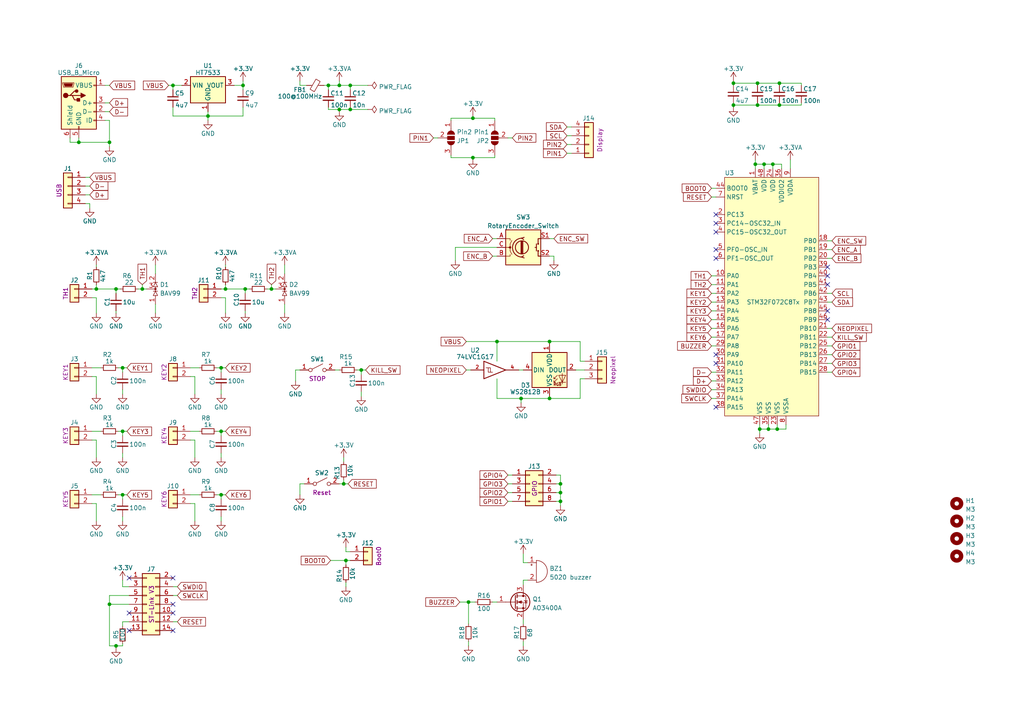
<source format=kicad_sch>
(kicad_sch (version 20230121) (generator eeschema)

  (uuid 79976d84-8f91-4d37-9c84-30893cab9eeb)

  (paper "A4")

  (title_block
    (title "V0 McDisplay")
    (date "2022-10-24")
    (rev "1.0")
  )

  

  (junction (at 60.325 33.655) (diameter 0) (color 0 0 0 0)
    (uuid 0220e260-061b-420b-a6df-891e1ce26009)
  )
  (junction (at 104.775 107.315) (diameter 0) (color 0 0 0 0)
    (uuid 10f3cd3a-88dd-4a8c-b316-01f7ab9c0ae5)
  )
  (junction (at 98.425 24.765) (diameter 0) (color 0 0 0 0)
    (uuid 1409dacc-bd6b-467f-900a-4acd22bb6a35)
  )
  (junction (at 101.6 31.75) (diameter 0) (color 0 0 0 0)
    (uuid 165d4e12-22c6-4bdf-9ede-0890197a73fd)
  )
  (junction (at 70.485 24.765) (diameter 0) (color 0 0 0 0)
    (uuid 1a7bb335-5543-4c67-9aad-65da5d5b7e0f)
  )
  (junction (at 95.25 24.765) (diameter 0) (color 0 0 0 0)
    (uuid 1ef27ea9-f7be-4238-8b33-7ff66216655b)
  )
  (junction (at 100.33 162.56) (diameter 0) (color 0 0 0 0)
    (uuid 36c97575-4957-4c7b-8ca3-327f6037b31a)
  )
  (junction (at 64.135 125.095) (diameter 0) (color 0 0 0 0)
    (uuid 3b4bbbaa-010e-48c4-b47c-e9244a13186f)
  )
  (junction (at 99.695 140.335) (diameter 0) (color 0 0 0 0)
    (uuid 42b49d46-d7ad-4c37-a442-98581f68c372)
  )
  (junction (at 101.6 24.765) (diameter 0) (color 0 0 0 0)
    (uuid 43e826b5-5bd8-48ce-9aa1-73ef5574478d)
  )
  (junction (at 64.135 143.51) (diameter 0) (color 0 0 0 0)
    (uuid 4a3e331b-07cc-4a0f-86d1-17fe93adb80f)
  )
  (junction (at 162.56 145.415) (diameter 0) (color 0 0 0 0)
    (uuid 51dfc8b5-7711-417d-9f1f-45c19956070e)
  )
  (junction (at 33.655 187.325) (diameter 0) (color 0 0 0 0)
    (uuid 5800ddc8-a077-4491-9339-7bd8aca70c75)
  )
  (junction (at 221.615 47.625) (diameter 0) (color 0 0 0 0)
    (uuid 5d95a4a0-bf2b-4e86-9b22-cae976180ed5)
  )
  (junction (at 35.56 106.68) (diameter 0) (color 0 0 0 0)
    (uuid 5eb9247f-74f2-4048-a5d4-e18772feec32)
  )
  (junction (at 71.12 83.82) (diameter 0) (color 0 0 0 0)
    (uuid 6355abff-8354-43e4-906e-a8dea9cd11af)
  )
  (junction (at 35.56 125.095) (diameter 0) (color 0 0 0 0)
    (uuid 642e2721-db0f-40f6-ab17-c89791edde62)
  )
  (junction (at 78.74 83.82) (diameter 0) (color 0 0 0 0)
    (uuid 68f29285-ccd7-4ec6-a975-d50337d27999)
  )
  (junction (at 226.06 24.13) (diameter 0) (color 0 0 0 0)
    (uuid 6f4ec513-9127-406d-ae13-5f3ffe0bf64b)
  )
  (junction (at 27.94 83.82) (diameter 0) (color 0 0 0 0)
    (uuid 76bba421-2622-46db-947f-b990f04f7691)
  )
  (junction (at 33.655 83.82) (diameter 0) (color 0 0 0 0)
    (uuid 77d46c87-1e07-4a79-b71e-6dcc9fe445bc)
  )
  (junction (at 98.425 31.75) (diameter 0) (color 0 0 0 0)
    (uuid 7c6feb1d-f75b-49ad-83a9-cb43a9f92372)
  )
  (junction (at 64.135 106.68) (diameter 0) (color 0 0 0 0)
    (uuid 7f98481f-2ff5-4887-9eef-41b4f5b73042)
  )
  (junction (at 159.385 99.06) (diameter 0) (color 0 0 0 0)
    (uuid 80b4dbd5-42c7-4477-851d-02a675c0cc37)
  )
  (junction (at 225.425 124.46) (diameter 0) (color 0 0 0 0)
    (uuid 85f9f19a-fc8c-4038-bab5-ea9e17f72880)
  )
  (junction (at 212.725 24.13) (diameter 0) (color 0 0 0 0)
    (uuid 89695990-99f6-42bc-8e48-5a2d04a8ef4a)
  )
  (junction (at 41.275 83.82) (diameter 0) (color 0 0 0 0)
    (uuid 8e51f6b4-90ab-4da0-9eb0-36ad21af3c66)
  )
  (junction (at 137.16 34.29) (diameter 0) (color 0 0 0 0)
    (uuid 8edb475b-abbf-4e4c-9515-f6488bcbd5fe)
  )
  (junction (at 219.71 24.13) (diameter 0) (color 0 0 0 0)
    (uuid 926301ca-987a-447d-bb79-03486c4f1421)
  )
  (junction (at 135.89 174.625) (diameter 0) (color 0 0 0 0)
    (uuid 9809002f-e991-4876-abd9-bafd7e39202f)
  )
  (junction (at 137.16 45.72) (diameter 0) (color 0 0 0 0)
    (uuid 99abfa82-7b98-4ad5-b0dc-cfe2aa5a5b83)
  )
  (junction (at 65.405 83.82) (diameter 0) (color 0 0 0 0)
    (uuid 9c6c4f20-3be7-4b33-8deb-ba0ded099359)
  )
  (junction (at 226.06 30.48) (diameter 0) (color 0 0 0 0)
    (uuid a04aaba5-187f-42b3-a19c-84deed0bfb20)
  )
  (junction (at 151.13 115.57) (diameter 0) (color 0 0 0 0)
    (uuid a6256e66-7c74-4691-828f-6813b7f6ff87)
  )
  (junction (at 31.75 175.26) (diameter 0) (color 0 0 0 0)
    (uuid ab3dd0f7-4662-40e6-883d-c7b5095033fc)
  )
  (junction (at 222.885 124.46) (diameter 0) (color 0 0 0 0)
    (uuid b151459d-79f0-48ef-8744-7df8b7a84239)
  )
  (junction (at 219.71 30.48) (diameter 0) (color 0 0 0 0)
    (uuid b5bd0229-e4c7-48b2-a13a-706091b7af9a)
  )
  (junction (at 224.155 47.625) (diameter 0) (color 0 0 0 0)
    (uuid bdafd286-842c-4283-95f0-87c41b21602c)
  )
  (junction (at 50.165 24.765) (diameter 0) (color 0 0 0 0)
    (uuid bea7b35a-ccb8-4d50-b653-094463a188fe)
  )
  (junction (at 220.345 124.46) (diameter 0) (color 0 0 0 0)
    (uuid cc2a9966-7cde-43b1-af1e-30e51575abd3)
  )
  (junction (at 31.75 41.275) (diameter 0) (color 0 0 0 0)
    (uuid ce2265e5-18fa-4cab-9df6-33b24449332a)
  )
  (junction (at 144.145 99.06) (diameter 0) (color 0 0 0 0)
    (uuid cebf2c03-60a2-4f3b-a215-3942ab27a5e8)
  )
  (junction (at 162.56 140.335) (diameter 0) (color 0 0 0 0)
    (uuid d5b13195-66d4-4c11-b371-2b965c5ed155)
  )
  (junction (at 35.56 143.51) (diameter 0) (color 0 0 0 0)
    (uuid de92bea8-6060-4b44-b4c7-dbfbc72e71b6)
  )
  (junction (at 212.725 30.48) (diameter 0) (color 0 0 0 0)
    (uuid e0c3c183-d6ee-4eb6-9018-8c5413c689ef)
  )
  (junction (at 162.56 142.875) (diameter 0) (color 0 0 0 0)
    (uuid ed46d8a9-7c40-4ddf-8234-17bff3486029)
  )
  (junction (at 219.075 47.625) (diameter 0) (color 0 0 0 0)
    (uuid f5c2bd03-5700-4fa7-b419-2847594e4d68)
  )
  (junction (at 159.385 115.57) (diameter 0) (color 0 0 0 0)
    (uuid f7ba8703-cc72-4a89-8eff-32e24d6cc932)
  )
  (junction (at 22.86 41.275) (diameter 0) (color 0 0 0 0)
    (uuid fc97f04f-207c-4761-bf00-d25f7343664e)
  )

  (no_connect (at 207.645 102.87) (uuid 5d9ea2bf-f51f-4e90-b6b9-f18190d9bd71))
  (no_connect (at 207.645 105.41) (uuid 5d9ea2bf-f51f-4e90-b6b9-f18190d9bd72))
  (no_connect (at 240.03 90.17) (uuid 5d9ea2bf-f51f-4e90-b6b9-f18190d9bd73))
  (no_connect (at 240.03 82.55) (uuid 5d9ea2bf-f51f-4e90-b6b9-f18190d9bd74))
  (no_connect (at 240.03 80.01) (uuid 5d9ea2bf-f51f-4e90-b6b9-f18190d9bd75))
  (no_connect (at 240.03 77.47) (uuid 5d9ea2bf-f51f-4e90-b6b9-f18190d9bd76))
  (no_connect (at 240.03 92.71) (uuid 5d9ea2bf-f51f-4e90-b6b9-f18190d9bd77))
  (no_connect (at 207.645 62.23) (uuid 5d9ea2bf-f51f-4e90-b6b9-f18190d9bd78))
  (no_connect (at 207.645 64.77) (uuid 5d9ea2bf-f51f-4e90-b6b9-f18190d9bd79))
  (no_connect (at 207.645 67.31) (uuid 5d9ea2bf-f51f-4e90-b6b9-f18190d9bd7a))
  (no_connect (at 207.645 72.39) (uuid 5d9ea2bf-f51f-4e90-b6b9-f18190d9bd7b))
  (no_connect (at 207.645 74.93) (uuid 5d9ea2bf-f51f-4e90-b6b9-f18190d9bd7c))
  (no_connect (at 37.465 177.8) (uuid 8628bcd6-49fb-4e70-9b0f-25c27210579c))
  (no_connect (at 37.465 182.88) (uuid 8628bcd6-49fb-4e70-9b0f-25c27210579d))
  (no_connect (at 50.165 182.88) (uuid 8628bcd6-49fb-4e70-9b0f-25c27210579e))
  (no_connect (at 50.165 177.8) (uuid 8628bcd6-49fb-4e70-9b0f-25c27210579f))
  (no_connect (at 50.165 175.26) (uuid 8628bcd6-49fb-4e70-9b0f-25c2721057a0))
  (no_connect (at 50.165 167.64) (uuid 8628bcd6-49fb-4e70-9b0f-25c2721057a1))
  (no_connect (at 37.465 167.64) (uuid 8628bcd6-49fb-4e70-9b0f-25c2721057a2))
  (no_connect (at 207.645 118.11) (uuid ef48bc89-1cec-4ae2-9214-5f156911e127))

  (wire (pts (xy 56.515 151.13) (xy 56.515 146.05))
    (stroke (width 0) (type default))
    (uuid 00aabeca-3174-4cb9-8b63-9311f87a2519)
  )
  (wire (pts (xy 130.81 45.085) (xy 130.81 45.72))
    (stroke (width 0) (type default))
    (uuid 01b63df4-bcf8-4968-ad09-3368cf3b115c)
  )
  (wire (pts (xy 212.725 30.48) (xy 212.725 31.115))
    (stroke (width 0) (type default))
    (uuid 021e8c16-b0af-4324-a079-b999f807ffa1)
  )
  (wire (pts (xy 147.32 142.875) (xy 148.59 142.875))
    (stroke (width 0) (type default))
    (uuid 02d767e2-5ab8-44f0-b0ee-1d0e511b3c7c)
  )
  (wire (pts (xy 212.725 24.13) (xy 212.725 24.765))
    (stroke (width 0) (type default))
    (uuid 03c649f5-b11e-43e2-a539-ed7852c858af)
  )
  (wire (pts (xy 135.255 99.06) (xy 144.145 99.06))
    (stroke (width 0) (type default))
    (uuid 03d7cc02-9062-4a09-abbf-33c005ca66e0)
  )
  (wire (pts (xy 206.375 80.01) (xy 207.645 80.01))
    (stroke (width 0) (type default))
    (uuid 046d6c41-efa4-4999-85e6-6fd5cd3478ef)
  )
  (wire (pts (xy 70.485 24.765) (xy 70.485 23.495))
    (stroke (width 0) (type default))
    (uuid 06c9acf6-f83a-4c32-9c70-a57e22c3ab14)
  )
  (wire (pts (xy 147.32 40.005) (xy 148.59 40.005))
    (stroke (width 0) (type default))
    (uuid 08c87024-df76-46c5-926b-29691ebcf535)
  )
  (wire (pts (xy 206.375 82.55) (xy 207.645 82.55))
    (stroke (width 0) (type default))
    (uuid 08f5f3a3-ee13-4d0d-ae72-8ab5e5ce62ee)
  )
  (wire (pts (xy 86.995 140.335) (xy 86.995 143.51))
    (stroke (width 0) (type default))
    (uuid 0ba227ec-cee6-4808-b77a-67d51f76ca46)
  )
  (wire (pts (xy 40.005 83.82) (xy 41.275 83.82))
    (stroke (width 0) (type default))
    (uuid 0bf8eebe-c7a8-454e-a2b8-7f46feda5415)
  )
  (wire (pts (xy 62.865 106.68) (xy 64.135 106.68))
    (stroke (width 0) (type default))
    (uuid 0c21edeb-7ff6-4933-aaee-997617952b55)
  )
  (wire (pts (xy 225.425 123.19) (xy 225.425 124.46))
    (stroke (width 0) (type default))
    (uuid 0cfca638-9d9e-4a13-a246-bf3cc545108a)
  )
  (wire (pts (xy 95.25 31.75) (xy 98.425 31.75))
    (stroke (width 0) (type default))
    (uuid 0e656df1-fef5-44a8-a974-9bc1f8f766ee)
  )
  (wire (pts (xy 221.615 47.625) (xy 219.075 47.625))
    (stroke (width 0) (type default))
    (uuid 11033c76-88a1-42ef-a12b-7e31b7525ee6)
  )
  (wire (pts (xy 159.385 99.06) (xy 159.385 99.695))
    (stroke (width 0) (type default))
    (uuid 118fdd3a-d1d1-483b-9575-36c6e27d230e)
  )
  (wire (pts (xy 56.515 132.715) (xy 56.515 127.635))
    (stroke (width 0) (type default))
    (uuid 11a676fc-2ee1-4aa7-9b31-f558837f6d85)
  )
  (wire (pts (xy 31.75 34.925) (xy 31.75 41.275))
    (stroke (width 0) (type default))
    (uuid 12d5da01-dcbc-409d-b0bd-60c00a9e1ce9)
  )
  (wire (pts (xy 151.765 186.055) (xy 151.765 187.325))
    (stroke (width 0) (type default))
    (uuid 13516da1-d289-4fee-b1f8-a714983cccd4)
  )
  (wire (pts (xy 159.385 69.215) (xy 160.655 69.215))
    (stroke (width 0) (type default))
    (uuid 1516340c-7813-4a23-bbe1-1364bc48cbf3)
  )
  (wire (pts (xy 147.32 145.415) (xy 148.59 145.415))
    (stroke (width 0) (type default))
    (uuid 152d4deb-72c2-491a-80f3-da2efca39d0f)
  )
  (wire (pts (xy 169.545 104.775) (xy 168.275 104.775))
    (stroke (width 0) (type default))
    (uuid 162d1c99-be20-4551-a0e2-497db25a2acc)
  )
  (wire (pts (xy 100.33 160.02) (xy 101.6 160.02))
    (stroke (width 0) (type default))
    (uuid 16599dcc-d9b2-4414-89cc-bc8feadaa67c)
  )
  (wire (pts (xy 168.275 109.855) (xy 169.545 109.855))
    (stroke (width 0) (type default))
    (uuid 1693e165-b331-4c8c-80c4-6d74ffd6fdb4)
  )
  (wire (pts (xy 100.33 162.56) (xy 100.33 163.83))
    (stroke (width 0) (type default))
    (uuid 180eaed8-3566-44f3-941c-4e8d6df4da33)
  )
  (wire (pts (xy 206.375 115.57) (xy 207.645 115.57))
    (stroke (width 0) (type default))
    (uuid 1b7945da-f2cb-405b-8ce4-75ca1c5dba8d)
  )
  (wire (pts (xy 41.275 83.82) (xy 42.545 83.82))
    (stroke (width 0) (type default))
    (uuid 1b97dcc5-6d24-41cc-9821-60d5638274a7)
  )
  (wire (pts (xy 219.71 24.13) (xy 219.71 24.765))
    (stroke (width 0) (type default))
    (uuid 1c340598-46cc-45de-b09e-f51246f1b002)
  )
  (wire (pts (xy 27.94 127.635) (xy 26.67 127.635))
    (stroke (width 0) (type default))
    (uuid 1c82b0cf-11d7-4dab-b51e-50e8e9f270b5)
  )
  (wire (pts (xy 240.03 97.79) (xy 241.3 97.79))
    (stroke (width 0) (type default))
    (uuid 1cde744e-d5fb-4c01-8fb5-dc22837192c1)
  )
  (wire (pts (xy 71.12 83.82) (xy 71.12 85.09))
    (stroke (width 0) (type default))
    (uuid 1ce5e46d-d17b-42d3-bc2e-3159b655447f)
  )
  (wire (pts (xy 206.375 100.33) (xy 207.645 100.33))
    (stroke (width 0) (type default))
    (uuid 1d711b5b-b94d-46fc-8f84-5bdfe01eeb9e)
  )
  (wire (pts (xy 33.655 83.82) (xy 33.655 85.09))
    (stroke (width 0) (type default))
    (uuid 1d95f8af-053d-4b84-94c6-f74e3f50b624)
  )
  (wire (pts (xy 100.33 168.91) (xy 100.33 170.18))
    (stroke (width 0) (type default))
    (uuid 1db89d6d-f3d5-4f5e-aa52-9c73ba0dbe6b)
  )
  (wire (pts (xy 232.41 30.48) (xy 226.06 30.48))
    (stroke (width 0) (type default))
    (uuid 1dc3c819-dcd6-4034-a0fc-910db6593c04)
  )
  (wire (pts (xy 27.94 86.36) (xy 26.67 86.36))
    (stroke (width 0) (type default))
    (uuid 2141d0e8-0ffb-4aeb-b1c6-507c3374d574)
  )
  (wire (pts (xy 55.245 125.095) (xy 57.785 125.095))
    (stroke (width 0) (type default))
    (uuid 2165b140-beb7-48c5-8daa-df559a08d00d)
  )
  (wire (pts (xy 95.25 24.765) (xy 95.25 26.035))
    (stroke (width 0) (type default))
    (uuid 219ba52f-2629-4b1e-9012-306fabb59b94)
  )
  (wire (pts (xy 161.29 137.795) (xy 162.56 137.795))
    (stroke (width 0) (type default))
    (uuid 23f6d062-eead-4cf2-9a36-bbe73de45fa3)
  )
  (wire (pts (xy 30.48 24.765) (xy 31.75 24.765))
    (stroke (width 0) (type default))
    (uuid 23f975c0-4069-4c4f-b1de-bf62b26e0d78)
  )
  (wire (pts (xy 206.375 113.03) (xy 207.645 113.03))
    (stroke (width 0) (type default))
    (uuid 24a9ac84-a8b4-4cf6-a350-8e2d538324da)
  )
  (wire (pts (xy 82.55 88.265) (xy 82.55 90.805))
    (stroke (width 0) (type default))
    (uuid 24f07cd3-df17-41f9-b143-cc323af6c316)
  )
  (wire (pts (xy 225.425 124.46) (xy 222.885 124.46))
    (stroke (width 0) (type default))
    (uuid 25e0f18e-4555-413c-a81a-bb1f754916eb)
  )
  (wire (pts (xy 26.67 83.82) (xy 27.94 83.82))
    (stroke (width 0) (type default))
    (uuid 2681f51b-083f-4b94-8b32-8bccb2f00249)
  )
  (wire (pts (xy 24.765 59.055) (xy 26.035 59.055))
    (stroke (width 0) (type default))
    (uuid 268bc98c-80ff-4e4b-8b45-ac54d922a201)
  )
  (wire (pts (xy 35.56 168.275) (xy 35.56 170.18))
    (stroke (width 0) (type default))
    (uuid 280ce43a-4105-4c4d-9ced-e036b6d70130)
  )
  (wire (pts (xy 56.515 114.3) (xy 56.515 109.22))
    (stroke (width 0) (type default))
    (uuid 2836baa8-807c-4552-b0a9-d3943126877f)
  )
  (wire (pts (xy 97.155 107.315) (xy 98.425 107.315))
    (stroke (width 0) (type default))
    (uuid 29612022-cc21-4e75-8766-4227fbf2d742)
  )
  (wire (pts (xy 226.06 24.13) (xy 219.71 24.13))
    (stroke (width 0) (type default))
    (uuid 2a0a124b-518b-4a56-992d-43b1c877b734)
  )
  (wire (pts (xy 151.765 168.275) (xy 153.035 168.275))
    (stroke (width 0) (type default))
    (uuid 2a4310d4-aff4-4d4c-aa5d-ff74a665613c)
  )
  (wire (pts (xy 45.085 76.835) (xy 45.085 79.375))
    (stroke (width 0) (type default))
    (uuid 2ae59b7c-229a-4977-916a-99b283b9c4cb)
  )
  (wire (pts (xy 95.25 31.115) (xy 95.25 31.75))
    (stroke (width 0) (type default))
    (uuid 2c47e52f-a6a1-40f9-9968-f6eacb1522e8)
  )
  (wire (pts (xy 159.385 114.935) (xy 159.385 115.57))
    (stroke (width 0) (type default))
    (uuid 2cd74a8a-d8f1-4017-9676-9bf784579ff8)
  )
  (wire (pts (xy 101.6 31.75) (xy 106.68 31.75))
    (stroke (width 0) (type default))
    (uuid 2d32e6ae-a04b-4858-8e07-fd7dfdee221a)
  )
  (wire (pts (xy 219.075 46.355) (xy 219.075 47.625))
    (stroke (width 0) (type default))
    (uuid 2dd1b0aa-f5d1-4c78-9f9d-1992313d4807)
  )
  (wire (pts (xy 212.725 29.845) (xy 212.725 30.48))
    (stroke (width 0) (type default))
    (uuid 307309ad-2c17-4e55-85b2-8b250accd7be)
  )
  (wire (pts (xy 34.29 143.51) (xy 35.56 143.51))
    (stroke (width 0) (type default))
    (uuid 32254d0c-c6d4-4f95-a72b-dfea6c960aa2)
  )
  (wire (pts (xy 151.13 115.57) (xy 159.385 115.57))
    (stroke (width 0) (type default))
    (uuid 33157e89-635c-4885-8e8a-eae0e64712da)
  )
  (wire (pts (xy 159.385 74.295) (xy 160.655 74.295))
    (stroke (width 0) (type default))
    (uuid 334abcb6-acc8-4fbe-bafa-50f679165a99)
  )
  (wire (pts (xy 26.67 125.095) (xy 29.21 125.095))
    (stroke (width 0) (type default))
    (uuid 337d04ff-9611-494a-9ff6-8613e8153ef7)
  )
  (wire (pts (xy 35.56 131.445) (xy 35.56 132.715))
    (stroke (width 0) (type default))
    (uuid 36ba9318-8ec5-49f6-9a56-91bb281532e1)
  )
  (wire (pts (xy 27.94 76.835) (xy 27.94 77.47))
    (stroke (width 0) (type default))
    (uuid 390a2deb-dd82-4a43-8d34-8aa8f2aa1681)
  )
  (wire (pts (xy 88.265 140.335) (xy 86.995 140.335))
    (stroke (width 0) (type default))
    (uuid 391d46db-304d-4c28-80cf-6eaf2d8797a8)
  )
  (wire (pts (xy 240.03 105.41) (xy 241.3 105.41))
    (stroke (width 0) (type default))
    (uuid 3be6c0b5-d520-4f88-826e-b60907e542b6)
  )
  (wire (pts (xy 35.56 149.86) (xy 35.56 151.13))
    (stroke (width 0) (type default))
    (uuid 3c526efa-6be6-4ca0-a42e-c1e29230ee42)
  )
  (wire (pts (xy 222.885 124.46) (xy 220.345 124.46))
    (stroke (width 0) (type default))
    (uuid 3ca9d6be-2bdd-454e-abc4-750d40012096)
  )
  (wire (pts (xy 60.325 33.655) (xy 70.485 33.655))
    (stroke (width 0) (type default))
    (uuid 3d884453-9654-4117-8c8b-a16b71a905dc)
  )
  (wire (pts (xy 164.465 44.45) (xy 165.735 44.45))
    (stroke (width 0) (type default))
    (uuid 3dc8d9da-6ba8-4d4a-8b6a-59c5fe0a08ba)
  )
  (wire (pts (xy 219.71 24.13) (xy 212.725 24.13))
    (stroke (width 0) (type default))
    (uuid 3e5ccf94-ce8c-4f63-ac33-afe9427cf37d)
  )
  (wire (pts (xy 65.405 86.36) (xy 64.135 86.36))
    (stroke (width 0) (type default))
    (uuid 3ead846c-f429-46d3-9064-3a23995362a8)
  )
  (wire (pts (xy 50.165 24.765) (xy 52.705 24.765))
    (stroke (width 0) (type default))
    (uuid 3ef09023-9351-4d1b-938f-89c4850dff93)
  )
  (wire (pts (xy 206.375 90.17) (xy 207.645 90.17))
    (stroke (width 0) (type default))
    (uuid 3fceab2e-8476-40cf-b52c-54c3b09e33f5)
  )
  (wire (pts (xy 64.135 131.445) (xy 64.135 132.715))
    (stroke (width 0) (type default))
    (uuid 418b711d-52a2-4b0c-8d80-8628c25f8a1e)
  )
  (wire (pts (xy 45.085 88.265) (xy 45.085 90.805))
    (stroke (width 0) (type default))
    (uuid 4192b171-6552-4f65-b89b-28512cb973d2)
  )
  (wire (pts (xy 137.16 45.72) (xy 137.16 46.355))
    (stroke (width 0) (type default))
    (uuid 41ba74a1-5360-4d58-85f1-860bb5a77053)
  )
  (wire (pts (xy 64.135 113.03) (xy 64.135 114.3))
    (stroke (width 0) (type default))
    (uuid 41efdb02-fe34-4850-ad89-0c9cc2924464)
  )
  (wire (pts (xy 64.135 83.82) (xy 65.405 83.82))
    (stroke (width 0) (type default))
    (uuid 42dd3600-27df-4809-92a2-8c1b55e59759)
  )
  (wire (pts (xy 30.48 34.925) (xy 31.75 34.925))
    (stroke (width 0) (type default))
    (uuid 44f8ea39-e982-4e42-8e2f-cb14d45fbdc7)
  )
  (wire (pts (xy 35.56 187.325) (xy 35.56 186.69))
    (stroke (width 0) (type default))
    (uuid 452beeda-56e6-4b93-818a-c6c373b3c46a)
  )
  (wire (pts (xy 50.165 180.34) (xy 51.435 180.34))
    (stroke (width 0) (type default))
    (uuid 46201563-2b66-4f1c-9755-a2c66502f7c5)
  )
  (wire (pts (xy 99.695 139.065) (xy 99.695 140.335))
    (stroke (width 0) (type default))
    (uuid 46bc22f5-81d4-4eba-a6f5-94e1ce7936d4)
  )
  (wire (pts (xy 35.56 143.51) (xy 36.83 143.51))
    (stroke (width 0) (type default))
    (uuid 473c07b8-9010-4ddd-98bc-f1fc33d3553c)
  )
  (wire (pts (xy 70.485 24.765) (xy 70.485 26.035))
    (stroke (width 0) (type default))
    (uuid 4770858a-4110-4d30-943c-3e16420fea33)
  )
  (wire (pts (xy 144.145 99.06) (xy 159.385 99.06))
    (stroke (width 0) (type default))
    (uuid 47e41fbc-b26f-4826-80ae-89d415cf8fa8)
  )
  (wire (pts (xy 35.56 180.34) (xy 35.56 181.61))
    (stroke (width 0) (type default))
    (uuid 492c05ec-9dae-40d4-b09c-021bdc8c0d6f)
  )
  (wire (pts (xy 86.995 107.315) (xy 85.725 107.315))
    (stroke (width 0) (type default))
    (uuid 4b79c396-726d-47e5-ac89-c689dfa80357)
  )
  (wire (pts (xy 22.86 40.005) (xy 22.86 41.275))
    (stroke (width 0) (type default))
    (uuid 4c57f90b-d23f-4063-b5df-3678aedd4149)
  )
  (wire (pts (xy 48.895 24.765) (xy 50.165 24.765))
    (stroke (width 0) (type default))
    (uuid 4e825871-7ae8-4943-a004-0e5cd3635a1f)
  )
  (wire (pts (xy 95.885 162.56) (xy 100.33 162.56))
    (stroke (width 0) (type default))
    (uuid 50385451-c8ab-433c-96d7-a522e14ca2cd)
  )
  (wire (pts (xy 143.51 34.29) (xy 143.51 34.925))
    (stroke (width 0) (type default))
    (uuid 50e60928-bcef-4125-8419-aca8993baab1)
  )
  (wire (pts (xy 135.255 107.315) (xy 136.525 107.315))
    (stroke (width 0) (type default))
    (uuid 51d675be-6262-4e1c-a4b5-ac31c5e640fc)
  )
  (wire (pts (xy 27.94 109.22) (xy 26.67 109.22))
    (stroke (width 0) (type default))
    (uuid 51dd4a4c-4473-4516-9b6e-1848bdcf028f)
  )
  (wire (pts (xy 24.765 53.975) (xy 26.035 53.975))
    (stroke (width 0) (type default))
    (uuid 52796064-5773-4861-b780-3aa841d35fe8)
  )
  (wire (pts (xy 24.765 51.435) (xy 26.035 51.435))
    (stroke (width 0) (type default))
    (uuid 52e0cdc5-336d-4d3b-9a3b-f6929f0e4a11)
  )
  (wire (pts (xy 125.73 40.005) (xy 127 40.005))
    (stroke (width 0) (type default))
    (uuid 53b377d8-988c-4948-a51c-1f6e86e871f8)
  )
  (wire (pts (xy 35.56 170.18) (xy 37.465 170.18))
    (stroke (width 0) (type default))
    (uuid 53e899c8-a6ba-4491-868d-e1d29f09fb3c)
  )
  (wire (pts (xy 64.135 143.51) (xy 65.405 143.51))
    (stroke (width 0) (type default))
    (uuid 54d7eb13-830b-46cb-b5a2-8c1154e99919)
  )
  (wire (pts (xy 41.275 82.55) (xy 41.275 83.82))
    (stroke (width 0) (type default))
    (uuid 55b23cbf-d6e3-43e0-9024-6b1e78e3e7eb)
  )
  (wire (pts (xy 24.765 56.515) (xy 26.035 56.515))
    (stroke (width 0) (type default))
    (uuid 571b94f7-c0d6-401a-82fc-6e02088e37b3)
  )
  (wire (pts (xy 64.135 143.51) (xy 64.135 144.78))
    (stroke (width 0) (type default))
    (uuid 5750b0de-c1cf-475c-bbce-10a0b194a478)
  )
  (wire (pts (xy 64.135 125.095) (xy 65.405 125.095))
    (stroke (width 0) (type default))
    (uuid 577edfab-a079-4c0a-b0ff-6234c418dff2)
  )
  (wire (pts (xy 62.865 125.095) (xy 64.135 125.095))
    (stroke (width 0) (type default))
    (uuid 586a5b9b-d927-4c7c-b2a3-cbf42c0bf7f3)
  )
  (wire (pts (xy 56.515 127.635) (xy 55.245 127.635))
    (stroke (width 0) (type default))
    (uuid 58e4ae1d-1be2-41df-a04d-77f670794a04)
  )
  (wire (pts (xy 78.74 82.55) (xy 78.74 83.82))
    (stroke (width 0) (type default))
    (uuid 5a4c159c-b118-415a-989b-87fcd60df9c0)
  )
  (wire (pts (xy 220.345 123.19) (xy 220.345 124.46))
    (stroke (width 0) (type default))
    (uuid 5ae57af6-e538-46d4-8152-bf201c02b1f3)
  )
  (wire (pts (xy 162.56 145.415) (xy 162.56 146.685))
    (stroke (width 0) (type default))
    (uuid 5b6a8682-dade-413c-b319-d38f65513a78)
  )
  (wire (pts (xy 95.25 24.765) (xy 98.425 24.765))
    (stroke (width 0) (type default))
    (uuid 5c038e8c-304d-45bd-b4c6-5d39a553fce5)
  )
  (wire (pts (xy 219.075 47.625) (xy 219.075 48.895))
    (stroke (width 0) (type default))
    (uuid 5c26b5c4-9073-4a66-9942-fc790e58d8f1)
  )
  (wire (pts (xy 64.135 149.86) (xy 64.135 151.13))
    (stroke (width 0) (type default))
    (uuid 5c8fa4ac-7abc-4d73-a97c-4d3c46915f76)
  )
  (wire (pts (xy 35.56 106.68) (xy 36.83 106.68))
    (stroke (width 0) (type default))
    (uuid 5d1e1a5f-3c57-42dd-bde9-c81ae2441190)
  )
  (wire (pts (xy 55.245 106.68) (xy 57.785 106.68))
    (stroke (width 0) (type default))
    (uuid 5dc83004-ff4a-4ff0-b0e5-55d1e0a460f2)
  )
  (wire (pts (xy 220.345 124.46) (xy 220.345 125.73))
    (stroke (width 0) (type default))
    (uuid 5ea1bab6-088d-47e8-9f23-cfe2c7dd9ab0)
  )
  (wire (pts (xy 67.945 24.765) (xy 70.485 24.765))
    (stroke (width 0) (type default))
    (uuid 5f94c688-5598-4f4e-928b-38ee2aaf3137)
  )
  (wire (pts (xy 70.485 33.655) (xy 70.485 31.115))
    (stroke (width 0) (type default))
    (uuid 60349bb6-d2e0-4c3c-8e88-cfb2f5782a9c)
  )
  (wire (pts (xy 206.375 87.63) (xy 207.645 87.63))
    (stroke (width 0) (type default))
    (uuid 60c3aedd-1d62-4e80-aa04-323b3e332939)
  )
  (wire (pts (xy 161.29 142.875) (xy 162.56 142.875))
    (stroke (width 0) (type default))
    (uuid 60df6a75-4189-4a8f-84ed-d5e7c1b57845)
  )
  (wire (pts (xy 206.375 95.25) (xy 207.645 95.25))
    (stroke (width 0) (type default))
    (uuid 61a4d53d-5613-4fd2-81bc-ae6ed358f2c7)
  )
  (wire (pts (xy 31.75 41.275) (xy 31.75 42.545))
    (stroke (width 0) (type default))
    (uuid 61c001b0-8d1e-457b-abb7-18b62d0098ff)
  )
  (wire (pts (xy 226.695 47.625) (xy 224.155 47.625))
    (stroke (width 0) (type default))
    (uuid 646503b2-e708-41db-ad47-a61a3e1b430e)
  )
  (wire (pts (xy 164.465 36.83) (xy 165.735 36.83))
    (stroke (width 0) (type default))
    (uuid 64a06435-5c13-47bc-856f-bdcb862f93e6)
  )
  (wire (pts (xy 55.245 143.51) (xy 57.785 143.51))
    (stroke (width 0) (type default))
    (uuid 64c42771-05b1-4466-ad11-b61d1edfbf4c)
  )
  (wire (pts (xy 142.875 174.625) (xy 144.145 174.625))
    (stroke (width 0) (type default))
    (uuid 6522ca2c-b2b8-434f-a4b1-4637aefc53f0)
  )
  (wire (pts (xy 31.75 172.72) (xy 31.75 175.26))
    (stroke (width 0) (type default))
    (uuid 66180810-a7e8-444b-900f-5f1f0a805983)
  )
  (wire (pts (xy 33.655 90.17) (xy 33.655 90.805))
    (stroke (width 0) (type default))
    (uuid 67fe45c3-aba1-44c4-a340-39a02cdd485a)
  )
  (wire (pts (xy 64.135 106.68) (xy 65.405 106.68))
    (stroke (width 0) (type default))
    (uuid 68a9d5a6-ce44-481c-8a38-6a0ab7aea8c6)
  )
  (wire (pts (xy 144.145 71.755) (xy 132.08 71.755))
    (stroke (width 0) (type default))
    (uuid 68c991b6-a074-4ec5-a19b-bb43e0b3231c)
  )
  (wire (pts (xy 93.98 24.765) (xy 95.25 24.765))
    (stroke (width 0) (type default))
    (uuid 6a41b91a-dfbe-43ac-aae9-2f892d097f55)
  )
  (wire (pts (xy 222.885 123.19) (xy 222.885 124.46))
    (stroke (width 0) (type default))
    (uuid 6a8cd4fd-fa79-41c7-b922-eb6c8822f98c)
  )
  (wire (pts (xy 212.725 23.495) (xy 212.725 24.13))
    (stroke (width 0) (type default))
    (uuid 6ac484f6-f3a1-41bb-8a03-8c4da4c8d97d)
  )
  (wire (pts (xy 56.515 109.22) (xy 55.245 109.22))
    (stroke (width 0) (type default))
    (uuid 6b2795d5-10ce-4474-94e5-c5b74bfc8372)
  )
  (wire (pts (xy 34.29 106.68) (xy 35.56 106.68))
    (stroke (width 0) (type default))
    (uuid 6bb98df9-716c-4eeb-8d00-3a3495eadfc3)
  )
  (wire (pts (xy 153.035 163.195) (xy 151.765 163.195))
    (stroke (width 0) (type default))
    (uuid 6bbd7d0f-dfac-4027-8b23-de4789556c1e)
  )
  (wire (pts (xy 65.405 82.55) (xy 65.405 83.82))
    (stroke (width 0) (type default))
    (uuid 6bbe0912-ae11-4b19-82a9-6e1830652d5e)
  )
  (wire (pts (xy 27.94 90.805) (xy 27.94 86.36))
    (stroke (width 0) (type default))
    (uuid 6d941b4a-e8a5-461f-b016-aba781e29410)
  )
  (wire (pts (xy 62.865 143.51) (xy 64.135 143.51))
    (stroke (width 0) (type default))
    (uuid 6e7f55f8-8ec6-4093-b499-15f6ad510ba6)
  )
  (wire (pts (xy 226.06 30.48) (xy 219.71 30.48))
    (stroke (width 0) (type default))
    (uuid 6edcc29c-c4bb-4e8f-8f38-052b351959ae)
  )
  (wire (pts (xy 240.03 69.85) (xy 241.3 69.85))
    (stroke (width 0) (type default))
    (uuid 6f7df446-68fa-486a-a2e4-239bc5865572)
  )
  (wire (pts (xy 137.16 34.29) (xy 143.51 34.29))
    (stroke (width 0) (type default))
    (uuid 711dd3dc-50aa-4833-930c-981b2bbae5a4)
  )
  (wire (pts (xy 64.135 125.095) (xy 64.135 126.365))
    (stroke (width 0) (type default))
    (uuid 725f3228-109c-4209-b90c-126dcd76532c)
  )
  (wire (pts (xy 206.375 92.71) (xy 207.645 92.71))
    (stroke (width 0) (type default))
    (uuid 750872b4-c85e-42d1-a0c8-4e28b27fb0b0)
  )
  (wire (pts (xy 65.405 76.835) (xy 65.405 77.47))
    (stroke (width 0) (type default))
    (uuid 76095016-d2d4-43d8-804b-246f228291e5)
  )
  (wire (pts (xy 161.29 145.415) (xy 162.56 145.415))
    (stroke (width 0) (type default))
    (uuid 7633f42b-f97b-4052-b63a-ce40cb525d85)
  )
  (wire (pts (xy 240.03 102.87) (xy 241.3 102.87))
    (stroke (width 0) (type default))
    (uuid 764297be-c8d9-434c-9266-ef13c08cc1da)
  )
  (wire (pts (xy 64.135 106.68) (xy 64.135 107.95))
    (stroke (width 0) (type default))
    (uuid 78b130b8-8c32-43b0-a001-65869d6bbf80)
  )
  (wire (pts (xy 167.005 107.315) (xy 169.545 107.315))
    (stroke (width 0) (type default))
    (uuid 79bbf529-ee18-4d6c-899c-2f40492fb0e1)
  )
  (wire (pts (xy 104.775 107.315) (xy 106.045 107.315))
    (stroke (width 0) (type default))
    (uuid 7a275359-79dc-435e-8254-b13fd02e7a84)
  )
  (wire (pts (xy 142.875 69.215) (xy 144.145 69.215))
    (stroke (width 0) (type default))
    (uuid 7ba7679b-79e7-45e3-8d74-d1f0c709bcdf)
  )
  (wire (pts (xy 27.94 146.05) (xy 26.67 146.05))
    (stroke (width 0) (type default))
    (uuid 7bbafd1a-b41e-420b-9624-6bf180d91e1d)
  )
  (wire (pts (xy 27.94 151.13) (xy 27.94 146.05))
    (stroke (width 0) (type default))
    (uuid 7bcccb2e-7d36-4d71-a596-8c890d829e94)
  )
  (wire (pts (xy 240.03 107.95) (xy 241.3 107.95))
    (stroke (width 0) (type default))
    (uuid 7c98eb49-7cc6-43be-9c28-b1f4f5c9b003)
  )
  (wire (pts (xy 224.155 47.625) (xy 224.155 48.895))
    (stroke (width 0) (type default))
    (uuid 7dbc06df-11b3-4707-8b25-e8c18055faab)
  )
  (wire (pts (xy 31.75 187.325) (xy 33.655 187.325))
    (stroke (width 0) (type default))
    (uuid 7fa33881-ad3f-4fcb-a62e-590a3ca87f75)
  )
  (wire (pts (xy 240.03 72.39) (xy 241.3 72.39))
    (stroke (width 0) (type default))
    (uuid 80bd9b29-b680-4326-bbc5-21a2080d9aaf)
  )
  (wire (pts (xy 33.655 187.325) (xy 33.655 187.96))
    (stroke (width 0) (type default))
    (uuid 817c15cb-4371-4c5a-8c93-2d941d901964)
  )
  (wire (pts (xy 22.86 41.275) (xy 31.75 41.275))
    (stroke (width 0) (type default))
    (uuid 82445fc5-8b5f-446f-9548-d31a1ec4f30d)
  )
  (wire (pts (xy 65.405 83.82) (xy 71.12 83.82))
    (stroke (width 0) (type default))
    (uuid 84faf49c-b5b6-4b6e-a4ac-1c322eb2f352)
  )
  (wire (pts (xy 26.67 106.68) (xy 29.21 106.68))
    (stroke (width 0) (type default))
    (uuid 852803e2-c097-40d1-a0d6-7743903059db)
  )
  (wire (pts (xy 144.145 115.57) (xy 151.13 115.57))
    (stroke (width 0) (type default))
    (uuid 86410d8c-4ba6-4a8c-ac71-d1a20044ca2c)
  )
  (wire (pts (xy 206.375 107.95) (xy 207.645 107.95))
    (stroke (width 0) (type default))
    (uuid 878dd9f3-237f-4500-8487-03e757350b86)
  )
  (wire (pts (xy 98.425 140.335) (xy 99.695 140.335))
    (stroke (width 0) (type default))
    (uuid 8826f282-c6b7-4786-9332-f9682f40c731)
  )
  (wire (pts (xy 219.71 29.845) (xy 219.71 30.48))
    (stroke (width 0) (type default))
    (uuid 89daee5c-bfd1-4945-b368-3d13a0c0fc8d)
  )
  (wire (pts (xy 130.81 34.925) (xy 130.81 34.29))
    (stroke (width 0) (type default))
    (uuid 8ae05c43-7a06-41ea-85f1-29163a007398)
  )
  (wire (pts (xy 130.81 45.72) (xy 137.16 45.72))
    (stroke (width 0) (type default))
    (uuid 8b652a5d-25bc-4789-a811-4da2b7eb31c9)
  )
  (wire (pts (xy 98.425 31.75) (xy 101.6 31.75))
    (stroke (width 0) (type default))
    (uuid 8b69b48d-d196-41e0-8d29-9db2bc072db0)
  )
  (wire (pts (xy 33.655 83.82) (xy 34.925 83.82))
    (stroke (width 0) (type default))
    (uuid 8c5d9f72-3b98-4fd7-8d22-a0fb41e487f7)
  )
  (wire (pts (xy 60.325 32.385) (xy 60.325 33.655))
    (stroke (width 0) (type default))
    (uuid 8d1998da-36cb-4e02-8790-5a857dba4dc5)
  )
  (wire (pts (xy 144.145 109.855) (xy 144.145 115.57))
    (stroke (width 0) (type default))
    (uuid 8d785f4f-f616-442b-b774-23060c93bbb7)
  )
  (wire (pts (xy 162.56 140.335) (xy 162.56 142.875))
    (stroke (width 0) (type default))
    (uuid 8e1a90ab-5a1f-4de8-bb84-5af2defc17a3)
  )
  (wire (pts (xy 30.48 29.845) (xy 31.75 29.845))
    (stroke (width 0) (type default))
    (uuid 8e668beb-2069-4469-a859-3781727abb05)
  )
  (wire (pts (xy 168.275 115.57) (xy 168.275 109.855))
    (stroke (width 0) (type default))
    (uuid 8e6b8422-588e-442d-817f-47677a48a413)
  )
  (wire (pts (xy 151.765 169.545) (xy 151.765 168.275))
    (stroke (width 0) (type default))
    (uuid 8e834334-137e-4cda-a394-042da25e6a61)
  )
  (wire (pts (xy 35.56 106.68) (xy 35.56 107.95))
    (stroke (width 0) (type default))
    (uuid 8f3f70ea-434b-46d1-aa09-b79903b78f9b)
  )
  (wire (pts (xy 159.385 115.57) (xy 168.275 115.57))
    (stroke (width 0) (type default))
    (uuid 8f61db54-db59-4631-b5fa-2013669b099c)
  )
  (wire (pts (xy 27.94 83.82) (xy 33.655 83.82))
    (stroke (width 0) (type default))
    (uuid 90f50a2d-7776-41cf-ade0-526134b66151)
  )
  (wire (pts (xy 206.375 57.15) (xy 207.645 57.15))
    (stroke (width 0) (type default))
    (uuid 912948c7-f05d-4b83-8301-4acd2988ed1f)
  )
  (wire (pts (xy 27.94 132.715) (xy 27.94 127.635))
    (stroke (width 0) (type default))
    (uuid 97807684-8fd4-4b2b-a655-c7a50fac93f3)
  )
  (wire (pts (xy 37.465 172.72) (xy 31.75 172.72))
    (stroke (width 0) (type default))
    (uuid 97e625f7-d3dd-4892-86f8-bed90d95bcfd)
  )
  (wire (pts (xy 206.375 54.61) (xy 207.645 54.61))
    (stroke (width 0) (type default))
    (uuid 988b2b0c-b17e-4f5f-9f8e-2ab6c95c6c29)
  )
  (wire (pts (xy 168.275 104.775) (xy 168.275 99.06))
    (stroke (width 0) (type default))
    (uuid 9a410161-c4a2-4540-9848-09dc1867d22a)
  )
  (wire (pts (xy 50.165 24.765) (xy 50.165 26.035))
    (stroke (width 0) (type default))
    (uuid 9a5e085b-54d9-483a-af51-c3c6318a3b95)
  )
  (wire (pts (xy 104.775 113.665) (xy 104.775 114.935))
    (stroke (width 0) (type default))
    (uuid 9e914300-de24-4789-8128-2e0dbb334c7a)
  )
  (wire (pts (xy 227.965 124.46) (xy 225.425 124.46))
    (stroke (width 0) (type default))
    (uuid a45cf859-b9e8-40c1-93e1-c741a7c0a663)
  )
  (wire (pts (xy 151.765 179.705) (xy 151.765 180.975))
    (stroke (width 0) (type default))
    (uuid a639c123-38e7-4ff6-a822-e1066cae13c7)
  )
  (wire (pts (xy 168.275 99.06) (xy 159.385 99.06))
    (stroke (width 0) (type default))
    (uuid a88015d1-68c1-41e2-8e56-a66be5f77e1a)
  )
  (wire (pts (xy 99.695 140.335) (xy 100.965 140.335))
    (stroke (width 0) (type default))
    (uuid a9fd13b3-2af5-4369-9b7b-9b69fffeca87)
  )
  (wire (pts (xy 161.29 140.335) (xy 162.56 140.335))
    (stroke (width 0) (type default))
    (uuid abea7b4c-52c1-4143-80db-2e865bb322dd)
  )
  (wire (pts (xy 50.165 172.72) (xy 51.435 172.72))
    (stroke (width 0) (type default))
    (uuid ad3eb13b-30e3-4fe2-ba13-58b97d21b924)
  )
  (wire (pts (xy 206.375 97.79) (xy 207.645 97.79))
    (stroke (width 0) (type default))
    (uuid ae67120d-963d-42d4-8aff-f815cde85357)
  )
  (wire (pts (xy 101.6 24.765) (xy 106.68 24.765))
    (stroke (width 0) (type default))
    (uuid aed270cf-14bf-40ed-bb29-8a474db4982f)
  )
  (wire (pts (xy 240.03 100.33) (xy 241.3 100.33))
    (stroke (width 0) (type default))
    (uuid b2931cef-150c-4a23-91a2-efb54bddde78)
  )
  (wire (pts (xy 135.89 174.625) (xy 137.795 174.625))
    (stroke (width 0) (type default))
    (uuid b3893c1e-8203-4ccd-9413-08d1b18d323c)
  )
  (wire (pts (xy 135.89 186.055) (xy 135.89 187.325))
    (stroke (width 0) (type default))
    (uuid b3a1be80-daa8-46ad-a3a8-022f793e2018)
  )
  (wire (pts (xy 221.615 47.625) (xy 221.615 48.895))
    (stroke (width 0) (type default))
    (uuid b49f987c-ce27-4c3b-bd88-51ca11b11ca9)
  )
  (wire (pts (xy 50.165 170.18) (xy 51.435 170.18))
    (stroke (width 0) (type default))
    (uuid b8b1baf6-f030-4e10-be94-31de5bac56e5)
  )
  (wire (pts (xy 143.51 45.72) (xy 143.51 45.085))
    (stroke (width 0) (type default))
    (uuid b8debde1-fb64-4350-873a-21be1aafc54b)
  )
  (wire (pts (xy 35.56 125.095) (xy 35.56 126.365))
    (stroke (width 0) (type default))
    (uuid b94c48a0-6da5-4608-be45-ba95007ad9bd)
  )
  (wire (pts (xy 35.56 125.095) (xy 36.83 125.095))
    (stroke (width 0) (type default))
    (uuid bc49e852-8cfd-4c2e-92ea-8d4a23e57200)
  )
  (wire (pts (xy 71.12 90.17) (xy 71.12 90.805))
    (stroke (width 0) (type default))
    (uuid bddb7ab8-e9a3-4881-aa44-4d5ab0a9c767)
  )
  (wire (pts (xy 151.13 115.57) (xy 151.13 116.84))
    (stroke (width 0) (type default))
    (uuid c021b4f3-f397-41c0-9314-d3b66c378a64)
  )
  (wire (pts (xy 103.505 107.315) (xy 104.775 107.315))
    (stroke (width 0) (type default))
    (uuid c11982f4-df1c-4f59-9109-222fd0b6824a)
  )
  (wire (pts (xy 33.655 187.325) (xy 35.56 187.325))
    (stroke (width 0) (type default))
    (uuid c1b6f4c6-05f0-4464-8c9b-eb6be801b617)
  )
  (wire (pts (xy 98.425 31.75) (xy 98.425 32.385))
    (stroke (width 0) (type default))
    (uuid c244255f-3c30-4831-a5f2-4b8f135bb8ba)
  )
  (wire (pts (xy 142.875 74.295) (xy 144.145 74.295))
    (stroke (width 0) (type default))
    (uuid c36a1727-65fb-41d4-9d76-a3a03e4452b2)
  )
  (wire (pts (xy 35.56 143.51) (xy 35.56 144.78))
    (stroke (width 0) (type default))
    (uuid c4deaeb4-fa62-4138-a16f-a12e12101ec3)
  )
  (wire (pts (xy 50.165 31.115) (xy 50.165 33.655))
    (stroke (width 0) (type default))
    (uuid c5883fec-10fa-4a75-b6ca-8aa159d85a27)
  )
  (wire (pts (xy 162.56 137.795) (xy 162.56 140.335))
    (stroke (width 0) (type default))
    (uuid c5b3f382-96e7-48b4-9703-eaca7dc06fbe)
  )
  (wire (pts (xy 219.71 30.48) (xy 212.725 30.48))
    (stroke (width 0) (type default))
    (uuid c5b54cbe-8ee8-4e8d-ac2f-0a34c572dee7)
  )
  (wire (pts (xy 227.965 123.19) (xy 227.965 124.46))
    (stroke (width 0) (type default))
    (uuid c7e14f79-751b-4293-8d87-74dbbf90ab69)
  )
  (wire (pts (xy 35.56 113.03) (xy 35.56 114.3))
    (stroke (width 0) (type default))
    (uuid c89e25ad-77cd-4944-9758-56aa3048ce57)
  )
  (wire (pts (xy 130.81 34.29) (xy 137.16 34.29))
    (stroke (width 0) (type default))
    (uuid c904cb80-1c86-49d2-b17b-28063b6dda98)
  )
  (wire (pts (xy 135.89 174.625) (xy 135.89 180.975))
    (stroke (width 0) (type default))
    (uuid cbb92735-e4e7-4d61-99a2-9dc3cfe88078)
  )
  (wire (pts (xy 31.75 175.26) (xy 31.75 187.325))
    (stroke (width 0) (type default))
    (uuid cce412a9-d839-4c04-9aaf-e85c9ad4af12)
  )
  (wire (pts (xy 151.765 163.195) (xy 151.765 160.655))
    (stroke (width 0) (type default))
    (uuid cd785017-a984-4d25-885b-c5cdb6e71d4e)
  )
  (wire (pts (xy 144.145 99.06) (xy 144.145 104.775))
    (stroke (width 0) (type default))
    (uuid cd9849f2-233a-47d3-83d3-db29f132a18a)
  )
  (wire (pts (xy 232.41 24.765) (xy 232.41 24.13))
    (stroke (width 0) (type default))
    (uuid ce27825a-94ce-46eb-94be-512983503342)
  )
  (wire (pts (xy 71.12 83.82) (xy 72.39 83.82))
    (stroke (width 0) (type default))
    (uuid ce3a9522-661c-4f40-8a2a-58f400e6f873)
  )
  (wire (pts (xy 31.75 175.26) (xy 37.465 175.26))
    (stroke (width 0) (type default))
    (uuid ce5e5b31-3295-4a4d-8a27-580883cc43b8)
  )
  (wire (pts (xy 99.695 132.715) (xy 99.695 133.985))
    (stroke (width 0) (type default))
    (uuid cefe7853-d988-4b45-9520-7b716df3d034)
  )
  (wire (pts (xy 77.47 83.82) (xy 78.74 83.82))
    (stroke (width 0) (type default))
    (uuid cfa470f5-4252-4dd8-bc3c-f9bfbb36ecbb)
  )
  (wire (pts (xy 30.48 32.385) (xy 31.75 32.385))
    (stroke (width 0) (type default))
    (uuid cfaf893a-a98c-4ce2-a16a-481235d73733)
  )
  (wire (pts (xy 85.725 107.315) (xy 85.725 110.49))
    (stroke (width 0) (type default))
    (uuid cff82105-99d4-435d-9f7e-e927f4b01e53)
  )
  (wire (pts (xy 226.695 48.895) (xy 226.695 47.625))
    (stroke (width 0) (type default))
    (uuid d1561d71-f60f-4223-9104-41c6e1d757ab)
  )
  (wire (pts (xy 232.41 24.13) (xy 226.06 24.13))
    (stroke (width 0) (type default))
    (uuid d1e326ab-4267-4285-acbb-6cc2019043ba)
  )
  (wire (pts (xy 137.16 45.72) (xy 143.51 45.72))
    (stroke (width 0) (type default))
    (uuid d207a8f5-362f-4bd8-a017-1074a5a659c6)
  )
  (wire (pts (xy 101.6 31.75) (xy 101.6 31.115))
    (stroke (width 0) (type default))
    (uuid d3215203-e807-4b62-ba8b-be6a3b3be8cb)
  )
  (wire (pts (xy 104.775 107.315) (xy 104.775 108.585))
    (stroke (width 0) (type default))
    (uuid d3de45f8-89ea-4dca-8827-5ac86cf1e580)
  )
  (wire (pts (xy 226.06 24.13) (xy 226.06 24.765))
    (stroke (width 0) (type default))
    (uuid d4770119-ad29-4dc5-8ef8-44ceb4008ed3)
  )
  (wire (pts (xy 206.375 85.09) (xy 207.645 85.09))
    (stroke (width 0) (type default))
    (uuid d4b1b102-7f7a-4540-af0d-546c7dcf4eda)
  )
  (wire (pts (xy 98.425 23.495) (xy 98.425 24.765))
    (stroke (width 0) (type default))
    (uuid d8516b7e-4fce-4634-a3eb-0faa020b586f)
  )
  (wire (pts (xy 150.495 107.315) (xy 151.765 107.315))
    (stroke (width 0) (type default))
    (uuid da8dedf6-cad8-4768-b423-cc66fd13b941)
  )
  (wire (pts (xy 147.32 137.795) (xy 148.59 137.795))
    (stroke (width 0) (type default))
    (uuid db32f0a6-57c1-4c64-a372-16acd502145d)
  )
  (wire (pts (xy 240.03 95.25) (xy 241.3 95.25))
    (stroke (width 0) (type default))
    (uuid dc1e6e9c-4479-49f1-aefb-d1e0816f3740)
  )
  (wire (pts (xy 162.56 142.875) (xy 162.56 145.415))
    (stroke (width 0) (type default))
    (uuid dcd3a6e5-11ac-455b-93fd-321c812ce020)
  )
  (wire (pts (xy 147.32 140.335) (xy 148.59 140.335))
    (stroke (width 0) (type default))
    (uuid e194529a-e739-4628-8019-455439a8e9ee)
  )
  (wire (pts (xy 26.67 143.51) (xy 29.21 143.51))
    (stroke (width 0) (type default))
    (uuid e1fa18f9-a947-4548-92fc-b168fe28609d)
  )
  (wire (pts (xy 56.515 146.05) (xy 55.245 146.05))
    (stroke (width 0) (type default))
    (uuid e28610f8-453f-4ad0-85b7-c74a0ae36af5)
  )
  (wire (pts (xy 232.41 29.845) (xy 232.41 30.48))
    (stroke (width 0) (type default))
    (uuid e29a1208-da51-43c6-a200-7798edfea2a2)
  )
  (wire (pts (xy 82.55 76.835) (xy 82.55 79.375))
    (stroke (width 0) (type default))
    (uuid e2f77e0d-5327-4001-9a21-e062841e6b47)
  )
  (wire (pts (xy 100.33 162.56) (xy 101.6 162.56))
    (stroke (width 0) (type default))
    (uuid e404c0e7-f8b1-416b-a702-9af5d8cf0441)
  )
  (wire (pts (xy 240.03 74.93) (xy 241.3 74.93))
    (stroke (width 0) (type default))
    (uuid e42774a5-44ca-4538-9b97-e647996a613b)
  )
  (wire (pts (xy 86.995 24.765) (xy 86.995 23.495))
    (stroke (width 0) (type default))
    (uuid e4707b6a-318b-4193-b6ef-5f2d697e019f)
  )
  (wire (pts (xy 100.33 158.75) (xy 100.33 160.02))
    (stroke (width 0) (type default))
    (uuid e5be682c-fb58-4282-b144-7eaeb87327ce)
  )
  (wire (pts (xy 137.16 33.655) (xy 137.16 34.29))
    (stroke (width 0) (type default))
    (uuid e717dee0-f072-48a0-a9e1-6165fe91c5af)
  )
  (wire (pts (xy 132.08 71.755) (xy 132.08 75.565))
    (stroke (width 0) (type default))
    (uuid e724471e-9acb-45e9-9dea-63ad215b888b)
  )
  (wire (pts (xy 60.325 33.655) (xy 60.325 34.925))
    (stroke (width 0) (type default))
    (uuid e7f8f386-db75-4f73-9a55-dc29dd429934)
  )
  (wire (pts (xy 78.74 83.82) (xy 80.01 83.82))
    (stroke (width 0) (type default))
    (uuid e841997c-772c-4d09-ab31-ea0dfbac2840)
  )
  (wire (pts (xy 101.6 24.765) (xy 101.6 26.035))
    (stroke (width 0) (type default))
    (uuid e8ba6d18-9ad8-41da-9932-eaff7b1636ad)
  )
  (wire (pts (xy 20.32 41.275) (xy 22.86 41.275))
    (stroke (width 0) (type default))
    (uuid e94b1dd1-9d3b-443c-a122-fd17fa7112b4)
  )
  (wire (pts (xy 50.165 33.655) (xy 60.325 33.655))
    (stroke (width 0) (type default))
    (uuid ea8e46d1-1661-4821-a35f-8abc88580e0b)
  )
  (wire (pts (xy 65.405 90.805) (xy 65.405 86.36))
    (stroke (width 0) (type default))
    (uuid eeb67424-824d-4910-981f-f2ef9ab45c4e)
  )
  (wire (pts (xy 34.29 125.095) (xy 35.56 125.095))
    (stroke (width 0) (type default))
    (uuid efb324db-7345-45e3-83cd-d514cd86dc9a)
  )
  (wire (pts (xy 37.465 180.34) (xy 35.56 180.34))
    (stroke (width 0) (type default))
    (uuid f02540ac-d2af-4b01-a6ad-8cd30a2f9d4b)
  )
  (wire (pts (xy 26.035 59.055) (xy 26.035 60.325))
    (stroke (width 0) (type default))
    (uuid f03220f0-df17-435a-b87c-f339ce28f64b)
  )
  (wire (pts (xy 164.465 39.37) (xy 165.735 39.37))
    (stroke (width 0) (type default))
    (uuid f2156f7a-5753-4fea-a2f2-8a6c23550505)
  )
  (wire (pts (xy 206.375 110.49) (xy 207.645 110.49))
    (stroke (width 0) (type default))
    (uuid f24484df-21b0-4f96-b453-b756e4a0ff1a)
  )
  (wire (pts (xy 226.06 29.845) (xy 226.06 30.48))
    (stroke (width 0) (type default))
    (uuid f2b327a6-e2f6-40fc-abbd-37af90511c6a)
  )
  (wire (pts (xy 20.32 40.005) (xy 20.32 41.275))
    (stroke (width 0) (type default))
    (uuid f38be447-2a47-4f1a-a1fc-827cbca6b4bc)
  )
  (wire (pts (xy 98.425 24.765) (xy 101.6 24.765))
    (stroke (width 0) (type default))
    (uuid f5beec21-639d-45bf-a0ff-78744db85ede)
  )
  (wire (pts (xy 240.03 87.63) (xy 241.3 87.63))
    (stroke (width 0) (type default))
    (uuid f725e907-d45c-4a29-b075-09641867df35)
  )
  (wire (pts (xy 164.465 41.91) (xy 165.735 41.91))
    (stroke (width 0) (type default))
    (uuid f9299859-ea87-418a-801b-9ea00ed7a718)
  )
  (wire (pts (xy 160.655 74.295) (xy 160.655 75.565))
    (stroke (width 0) (type default))
    (uuid fa8cb0e5-ae0e-436e-a49a-380eb64fe11e)
  )
  (wire (pts (xy 229.235 46.355) (xy 229.235 48.895))
    (stroke (width 0) (type default))
    (uuid fa92dcd9-a432-4b11-a3d1-9ea6c4f48a5b)
  )
  (wire (pts (xy 133.35 174.625) (xy 135.89 174.625))
    (stroke (width 0) (type default))
    (uuid fad5f93e-adee-47ba-abb0-6f8e929599b1)
  )
  (wire (pts (xy 88.9 24.765) (xy 86.995 24.765))
    (stroke (width 0) (type default))
    (uuid fad7e750-fdc0-4fb3-b028-126d72abf585)
  )
  (wire (pts (xy 240.03 85.09) (xy 241.3 85.09))
    (stroke (width 0) (type default))
    (uuid fb27db09-9fd6-431d-ac9f-0b13bb88a151)
  )
  (wire (pts (xy 27.94 114.3) (xy 27.94 109.22))
    (stroke (width 0) (type default))
    (uuid fbabffea-409b-49aa-b129-fd97d6310417)
  )
  (wire (pts (xy 224.155 47.625) (xy 221.615 47.625))
    (stroke (width 0) (type default))
    (uuid fcf0d2d2-8794-4661-a9c1-9e90d5951268)
  )
  (wire (pts (xy 27.94 82.55) (xy 27.94 83.82))
    (stroke (width 0) (type default))
    (uuid fe5bb1ce-19dc-4f31-9f15-ec568e4cf72c)
  )

  (global_label "BUZZER" (shape input) (at 206.375 100.33 180) (fields_autoplaced)
    (effects (font (size 1.27 1.27)) (justify right))
    (uuid 03246f72-a279-4a00-8646-c29dfdd72f4f)
    (property "Intersheetrefs" "${INTERSHEET_REFS}" (at 196.5233 100.2506 0)
      (effects (font (size 1.27 1.27)) (justify right) hide)
    )
  )
  (global_label "D+" (shape input) (at 26.035 56.515 0) (fields_autoplaced)
    (effects (font (size 1.27 1.27)) (justify left))
    (uuid 09f001ba-901b-4c86-834e-75189d97e9e7)
    (property "Intersheetrefs" "${INTERSHEET_REFS}" (at 31.2905 56.4356 0)
      (effects (font (size 1.27 1.27)) (justify left) hide)
    )
  )
  (global_label "TH1" (shape input) (at 41.275 82.55 90) (fields_autoplaced)
    (effects (font (size 1.27 1.27)) (justify left))
    (uuid 0a63d10d-b4d1-4f29-a5bd-f52564b12c9d)
    (property "Intersheetrefs" "${INTERSHEET_REFS}" (at 41.1956 76.6293 90)
      (effects (font (size 1.27 1.27)) (justify left) hide)
    )
  )
  (global_label "KILL_SW" (shape input) (at 106.045 107.315 0) (fields_autoplaced)
    (effects (font (size 1.27 1.27)) (justify left))
    (uuid 0ad7e191-ff52-4633-b10f-542cbfbea3cd)
    (property "Intersheetrefs" "${INTERSHEET_REFS}" (at 116.0176 107.2356 0)
      (effects (font (size 1.27 1.27)) (justify left) hide)
    )
  )
  (global_label "SWDIO" (shape input) (at 206.375 113.03 180) (fields_autoplaced)
    (effects (font (size 1.27 1.27)) (justify right))
    (uuid 0c83d374-2443-487f-9e32-097137434dd4)
    (property "Intersheetrefs" "${INTERSHEET_REFS}" (at 198.0957 112.9506 0)
      (effects (font (size 1.27 1.27)) (justify right) hide)
    )
  )
  (global_label "VBUS" (shape input) (at 31.75 24.765 0) (fields_autoplaced)
    (effects (font (size 1.27 1.27)) (justify left))
    (uuid 0e211a61-37cf-427f-b714-1de5743d7b60)
    (property "Intersheetrefs" "${INTERSHEET_REFS}" (at 39.0617 24.6856 0)
      (effects (font (size 1.27 1.27)) (justify left) hide)
    )
  )
  (global_label "NEOPIXEL" (shape input) (at 135.255 107.315 180) (fields_autoplaced)
    (effects (font (size 1.27 1.27)) (justify right))
    (uuid 0e31b8eb-0018-44c4-ad59-947a44787628)
    (property "Intersheetrefs" "${INTERSHEET_REFS}" (at 123.7705 107.2356 0)
      (effects (font (size 1.27 1.27)) (justify right) hide)
    )
  )
  (global_label "GPIO3" (shape input) (at 241.3 105.41 0) (fields_autoplaced)
    (effects (font (size 1.27 1.27)) (justify left))
    (uuid 10f82a14-a25d-42e1-8fb9-29b7b5b5cb50)
    (property "Intersheetrefs" "${INTERSHEET_REFS}" (at 249.3979 105.3306 0)
      (effects (font (size 1.27 1.27)) (justify left) hide)
    )
  )
  (global_label "KEY1" (shape input) (at 36.83 106.68 0) (fields_autoplaced)
    (effects (font (size 1.27 1.27)) (justify left))
    (uuid 1173cce1-dd67-4bb7-afc8-1e9b3bfd69d8)
    (property "Intersheetrefs" "${INTERSHEET_REFS}" (at 43.9602 106.6006 0)
      (effects (font (size 1.27 1.27)) (justify left) hide)
    )
  )
  (global_label "SDA" (shape input) (at 164.465 36.83 180) (fields_autoplaced)
    (effects (font (size 1.27 1.27)) (justify right))
    (uuid 160fac1f-9e68-4921-b6fe-07405f6e896f)
    (property "Intersheetrefs" "${INTERSHEET_REFS}" (at 158.4838 36.7506 0)
      (effects (font (size 1.27 1.27)) (justify right) hide)
    )
  )
  (global_label "D+" (shape input) (at 31.75 29.845 0) (fields_autoplaced)
    (effects (font (size 1.27 1.27)) (justify left))
    (uuid 1cc6b99e-efe8-451e-b2f2-d302b4434d23)
    (property "Intersheetrefs" "${INTERSHEET_REFS}" (at 37.0055 29.7656 0)
      (effects (font (size 1.27 1.27)) (justify left) hide)
    )
  )
  (global_label "PIN1" (shape input) (at 164.465 44.45 180) (fields_autoplaced)
    (effects (font (size 1.27 1.27)) (justify right))
    (uuid 25cdb8ec-cd8c-4152-872a-f89bebeb6a72)
    (property "Intersheetrefs" "${INTERSHEET_REFS}" (at 157.6371 44.3706 0)
      (effects (font (size 1.27 1.27)) (justify right) hide)
    )
  )
  (global_label "ENC_SW" (shape input) (at 160.655 69.215 0) (fields_autoplaced)
    (effects (font (size 1.27 1.27)) (justify left))
    (uuid 2775a622-b789-4122-8339-e0bb84bdabc7)
    (property "Intersheetrefs" "${INTERSHEET_REFS}" (at 170.4462 69.1356 0)
      (effects (font (size 1.27 1.27)) (justify left) hide)
    )
  )
  (global_label "KEY3" (shape input) (at 36.83 125.095 0) (fields_autoplaced)
    (effects (font (size 1.27 1.27)) (justify left))
    (uuid 2c06e596-e1a9-4db5-a1c9-a72eb761061d)
    (property "Intersheetrefs" "${INTERSHEET_REFS}" (at 43.9602 125.0156 0)
      (effects (font (size 1.27 1.27)) (justify left) hide)
    )
  )
  (global_label "ENC_SW" (shape input) (at 241.3 69.85 0) (fields_autoplaced)
    (effects (font (size 1.27 1.27)) (justify left))
    (uuid 2cbf31b9-26a1-4351-b2e8-477da761811a)
    (property "Intersheetrefs" "${INTERSHEET_REFS}" (at 251.0912 69.7706 0)
      (effects (font (size 1.27 1.27)) (justify left) hide)
    )
  )
  (global_label "SCL" (shape input) (at 164.465 39.37 180) (fields_autoplaced)
    (effects (font (size 1.27 1.27)) (justify right))
    (uuid 2eca2dbe-d828-4c03-89dc-aa502a472e4b)
    (property "Intersheetrefs" "${INTERSHEET_REFS}" (at 158.5443 39.2906 0)
      (effects (font (size 1.27 1.27)) (justify right) hide)
    )
  )
  (global_label "KEY4" (shape input) (at 206.375 92.71 180) (fields_autoplaced)
    (effects (font (size 1.27 1.27)) (justify right))
    (uuid 2f1e690f-0622-4825-9c8f-d7966bfca886)
    (property "Intersheetrefs" "${INTERSHEET_REFS}" (at 199.2448 92.6306 0)
      (effects (font (size 1.27 1.27)) (justify right) hide)
    )
  )
  (global_label "GPIO4" (shape input) (at 241.3 107.95 0) (fields_autoplaced)
    (effects (font (size 1.27 1.27)) (justify left))
    (uuid 3f14c43d-6c9f-4e0e-9305-a7c2761122a3)
    (property "Intersheetrefs" "${INTERSHEET_REFS}" (at 249.3979 107.8706 0)
      (effects (font (size 1.27 1.27)) (justify left) hide)
    )
  )
  (global_label "PIN2" (shape input) (at 164.465 41.91 180) (fields_autoplaced)
    (effects (font (size 1.27 1.27)) (justify right))
    (uuid 4274100b-f066-450c-bc47-cac337fcdf7a)
    (property "Intersheetrefs" "${INTERSHEET_REFS}" (at 157.6371 41.8306 0)
      (effects (font (size 1.27 1.27)) (justify right) hide)
    )
  )
  (global_label "GPIO1" (shape input) (at 241.3 100.33 0) (fields_autoplaced)
    (effects (font (size 1.27 1.27)) (justify left))
    (uuid 4562bb85-a030-4747-a151-f0a3062624bc)
    (property "Intersheetrefs" "${INTERSHEET_REFS}" (at 249.3979 100.2506 0)
      (effects (font (size 1.27 1.27)) (justify left) hide)
    )
  )
  (global_label "D+" (shape input) (at 206.375 110.49 180) (fields_autoplaced)
    (effects (font (size 1.27 1.27)) (justify right))
    (uuid 49c58756-8bc1-4d0a-ac7d-288699275a24)
    (property "Intersheetrefs" "${INTERSHEET_REFS}" (at 201.1195 110.4106 0)
      (effects (font (size 1.27 1.27)) (justify right) hide)
    )
  )
  (global_label "GPIO4" (shape input) (at 147.32 137.795 180) (fields_autoplaced)
    (effects (font (size 1.27 1.27)) (justify right))
    (uuid 4cbad385-0543-444b-b015-014f7fc7c6f9)
    (property "Intersheetrefs" "${INTERSHEET_REFS}" (at 139.2221 137.7156 0)
      (effects (font (size 1.27 1.27)) (justify right) hide)
    )
  )
  (global_label "KEY2" (shape input) (at 65.405 106.68 0) (fields_autoplaced)
    (effects (font (size 1.27 1.27)) (justify left))
    (uuid 54c2e8d2-857a-4786-85f3-ee909b99135f)
    (property "Intersheetrefs" "${INTERSHEET_REFS}" (at 72.5352 106.6006 0)
      (effects (font (size 1.27 1.27)) (justify left) hide)
    )
  )
  (global_label "SWCLK" (shape input) (at 206.375 115.57 180) (fields_autoplaced)
    (effects (font (size 1.27 1.27)) (justify right))
    (uuid 579089a8-f938-41ae-b8bd-64670789564c)
    (property "Intersheetrefs" "${INTERSHEET_REFS}" (at 197.7329 115.4906 0)
      (effects (font (size 1.27 1.27)) (justify right) hide)
    )
  )
  (global_label "D-" (shape input) (at 206.375 107.95 180) (fields_autoplaced)
    (effects (font (size 1.27 1.27)) (justify right))
    (uuid 60d2ae27-2164-45e8-bc34-e309881784ae)
    (property "Intersheetrefs" "${INTERSHEET_REFS}" (at 201.1195 107.8706 0)
      (effects (font (size 1.27 1.27)) (justify right) hide)
    )
  )
  (global_label "ENC_A" (shape input) (at 142.875 69.215 180) (fields_autoplaced)
    (effects (font (size 1.27 1.27)) (justify right))
    (uuid 62219fba-8f96-4d6c-baec-8b78086f73fa)
    (property "Intersheetrefs" "${INTERSHEET_REFS}" (at 134.6562 69.1356 0)
      (effects (font (size 1.27 1.27)) (justify right) hide)
    )
  )
  (global_label "KILL_SW" (shape input) (at 241.3 97.79 0) (fields_autoplaced)
    (effects (font (size 1.27 1.27)) (justify left))
    (uuid 6399a606-7d14-43d6-b37a-2699449ef90f)
    (property "Intersheetrefs" "${INTERSHEET_REFS}" (at 251.2726 97.7106 0)
      (effects (font (size 1.27 1.27)) (justify left) hide)
    )
  )
  (global_label "RESET" (shape input) (at 206.375 57.15 180) (fields_autoplaced)
    (effects (font (size 1.27 1.27)) (justify right))
    (uuid 69348b01-3464-43ac-aeac-ab77cdbae1d8)
    (property "Intersheetrefs" "${INTERSHEET_REFS}" (at 198.2167 57.2294 0)
      (effects (font (size 1.27 1.27)) (justify right) hide)
    )
  )
  (global_label "SCL" (shape input) (at 241.3 85.09 0) (fields_autoplaced)
    (effects (font (size 1.27 1.27)) (justify left))
    (uuid 711b5c72-45c0-40a4-a59f-9fc2bca8f8a7)
    (property "Intersheetrefs" "${INTERSHEET_REFS}" (at 247.2207 85.0106 0)
      (effects (font (size 1.27 1.27)) (justify left) hide)
    )
  )
  (global_label "ENC_B" (shape input) (at 241.3 74.93 0) (fields_autoplaced)
    (effects (font (size 1.27 1.27)) (justify left))
    (uuid 74bff451-f358-4dc7-9785-4b85aee3df58)
    (property "Intersheetrefs" "${INTERSHEET_REFS}" (at 249.7002 74.8506 0)
      (effects (font (size 1.27 1.27)) (justify left) hide)
    )
  )
  (global_label "KEY2" (shape input) (at 206.375 87.63 180) (fields_autoplaced)
    (effects (font (size 1.27 1.27)) (justify right))
    (uuid 777af99f-0091-492f-bdf1-2a7ea3a45714)
    (property "Intersheetrefs" "${INTERSHEET_REFS}" (at 199.2448 87.5506 0)
      (effects (font (size 1.27 1.27)) (justify right) hide)
    )
  )
  (global_label "KEY1" (shape input) (at 206.375 85.09 180) (fields_autoplaced)
    (effects (font (size 1.27 1.27)) (justify right))
    (uuid 7aa3203f-b15d-42e2-ae46-f0b1bcf2672e)
    (property "Intersheetrefs" "${INTERSHEET_REFS}" (at 199.2448 85.0106 0)
      (effects (font (size 1.27 1.27)) (justify right) hide)
    )
  )
  (global_label "TH2" (shape input) (at 206.375 82.55 180) (fields_autoplaced)
    (effects (font (size 1.27 1.27)) (justify right))
    (uuid 7b93c2fe-1d26-4329-bdf7-b881a6bca1e6)
    (property "Intersheetrefs" "${INTERSHEET_REFS}" (at 200.4543 82.4706 0)
      (effects (font (size 1.27 1.27)) (justify right) hide)
    )
  )
  (global_label "BUZZER" (shape input) (at 133.35 174.625 180) (fields_autoplaced)
    (effects (font (size 1.27 1.27)) (justify right))
    (uuid 9b0bea3a-58ff-4326-ba7f-193fe09b8bf1)
    (property "Intersheetrefs" "${INTERSHEET_REFS}" (at 123.4983 174.5456 0)
      (effects (font (size 1.27 1.27)) (justify right) hide)
    )
  )
  (global_label "KEY3" (shape input) (at 206.375 90.17 180) (fields_autoplaced)
    (effects (font (size 1.27 1.27)) (justify right))
    (uuid a4a85d1a-5223-4779-8eeb-608b3d6d96fb)
    (property "Intersheetrefs" "${INTERSHEET_REFS}" (at 199.2448 90.0906 0)
      (effects (font (size 1.27 1.27)) (justify right) hide)
    )
  )
  (global_label "TH2" (shape input) (at 78.74 82.55 90) (fields_autoplaced)
    (effects (font (size 1.27 1.27)) (justify left))
    (uuid a7527c3b-4b9d-4a94-9029-7dd1795916e6)
    (property "Intersheetrefs" "${INTERSHEET_REFS}" (at 78.6606 76.6293 90)
      (effects (font (size 1.27 1.27)) (justify left) hide)
    )
  )
  (global_label "KEY5" (shape input) (at 36.83 143.51 0) (fields_autoplaced)
    (effects (font (size 1.27 1.27)) (justify left))
    (uuid aa54f449-db1b-49e8-af82-3c7e303e49d5)
    (property "Intersheetrefs" "${INTERSHEET_REFS}" (at 43.9602 143.4306 0)
      (effects (font (size 1.27 1.27)) (justify left) hide)
    )
  )
  (global_label "ENC_A" (shape input) (at 241.3 72.39 0) (fields_autoplaced)
    (effects (font (size 1.27 1.27)) (justify left))
    (uuid aaf86ba1-5105-47e0-8ee8-425fc87ded2a)
    (property "Intersheetrefs" "${INTERSHEET_REFS}" (at 249.5188 72.3106 0)
      (effects (font (size 1.27 1.27)) (justify left) hide)
    )
  )
  (global_label "KEY6" (shape input) (at 206.375 97.79 180) (fields_autoplaced)
    (effects (font (size 1.27 1.27)) (justify right))
    (uuid ac047f74-8b35-4c3a-96ec-4534fc2afb4d)
    (property "Intersheetrefs" "${INTERSHEET_REFS}" (at 199.2448 97.7106 0)
      (effects (font (size 1.27 1.27)) (justify right) hide)
    )
  )
  (global_label "ENC_B" (shape input) (at 142.875 74.295 180) (fields_autoplaced)
    (effects (font (size 1.27 1.27)) (justify right))
    (uuid ae3b32d6-133f-45ab-a3ab-d6799ac004bc)
    (property "Intersheetrefs" "${INTERSHEET_REFS}" (at 134.4748 74.2156 0)
      (effects (font (size 1.27 1.27)) (justify right) hide)
    )
  )
  (global_label "GPIO3" (shape input) (at 147.32 140.335 180) (fields_autoplaced)
    (effects (font (size 1.27 1.27)) (justify right))
    (uuid b0c24828-7cc9-4c42-bf3a-4a07eda5f4bf)
    (property "Intersheetrefs" "${INTERSHEET_REFS}" (at 139.2221 140.2556 0)
      (effects (font (size 1.27 1.27)) (justify right) hide)
    )
  )
  (global_label "VBUS" (shape input) (at 48.895 24.765 180) (fields_autoplaced)
    (effects (font (size 1.27 1.27)) (justify right))
    (uuid b24e4ba2-70c7-4352-9b1c-2a5c392b8fb2)
    (property "Intersheetrefs" "${INTERSHEET_REFS}" (at 41.5833 24.6856 0)
      (effects (font (size 1.27 1.27)) (justify right) hide)
    )
  )
  (global_label "VBUS" (shape input) (at 26.035 51.435 0) (fields_autoplaced)
    (effects (font (size 1.27 1.27)) (justify left))
    (uuid b322beb1-62dc-4ba1-93dc-f6ce50a4a220)
    (property "Intersheetrefs" "${INTERSHEET_REFS}" (at 33.3467 51.3556 0)
      (effects (font (size 1.27 1.27)) (justify left) hide)
    )
  )
  (global_label "D-" (shape input) (at 31.75 32.385 0) (fields_autoplaced)
    (effects (font (size 1.27 1.27)) (justify left))
    (uuid ba2a6d06-ed3f-4148-9ce4-1b5b22011ba8)
    (property "Intersheetrefs" "${INTERSHEET_REFS}" (at 37.0055 32.3056 0)
      (effects (font (size 1.27 1.27)) (justify left) hide)
    )
  )
  (global_label "KEY4" (shape input) (at 65.405 125.095 0) (fields_autoplaced)
    (effects (font (size 1.27 1.27)) (justify left))
    (uuid c3c80354-7f95-40e8-9aea-2948c437d498)
    (property "Intersheetrefs" "${INTERSHEET_REFS}" (at 72.5352 125.0156 0)
      (effects (font (size 1.27 1.27)) (justify left) hide)
    )
  )
  (global_label "SDA" (shape input) (at 241.3 87.63 0) (fields_autoplaced)
    (effects (font (size 1.27 1.27)) (justify left))
    (uuid c4009817-ad2c-4016-a95a-68e605033a7d)
    (property "Intersheetrefs" "${INTERSHEET_REFS}" (at 247.2812 87.5506 0)
      (effects (font (size 1.27 1.27)) (justify left) hide)
    )
  )
  (global_label "RESET" (shape input) (at 51.435 180.34 0) (fields_autoplaced)
    (effects (font (size 1.27 1.27)) (justify left))
    (uuid c5114f57-4e0b-4762-bf9f-a454ab17cf62)
    (property "Intersheetrefs" "${INTERSHEET_REFS}" (at 59.5933 180.2606 0)
      (effects (font (size 1.27 1.27)) (justify left) hide)
    )
  )
  (global_label "KEY5" (shape input) (at 206.375 95.25 180) (fields_autoplaced)
    (effects (font (size 1.27 1.27)) (justify right))
    (uuid c7b6805e-049d-4a08-9093-a32dea23b4f4)
    (property "Intersheetrefs" "${INTERSHEET_REFS}" (at 199.2448 95.1706 0)
      (effects (font (size 1.27 1.27)) (justify right) hide)
    )
  )
  (global_label "BOOT0" (shape input) (at 95.885 162.56 180) (fields_autoplaced)
    (effects (font (size 1.27 1.27)) (justify right))
    (uuid c7ba112a-1c34-43d2-9d28-ae56e80646a5)
    (property "Intersheetrefs" "${INTERSHEET_REFS}" (at 87.3638 162.4806 0)
      (effects (font (size 1.27 1.27)) (justify right) hide)
    )
  )
  (global_label "TH1" (shape input) (at 206.375 80.01 180) (fields_autoplaced)
    (effects (font (size 1.27 1.27)) (justify right))
    (uuid d0b55f6d-b23e-4c7a-b8ff-1e71f3390c54)
    (property "Intersheetrefs" "${INTERSHEET_REFS}" (at 200.4543 80.0894 0)
      (effects (font (size 1.27 1.27)) (justify right) hide)
    )
  )
  (global_label "GPIO1" (shape input) (at 147.32 145.415 180) (fields_autoplaced)
    (effects (font (size 1.27 1.27)) (justify right))
    (uuid d4a3442c-b854-467f-9cb6-993df60c4799)
    (property "Intersheetrefs" "${INTERSHEET_REFS}" (at 139.2221 145.3356 0)
      (effects (font (size 1.27 1.27)) (justify right) hide)
    )
  )
  (global_label "D-" (shape input) (at 26.035 53.975 0) (fields_autoplaced)
    (effects (font (size 1.27 1.27)) (justify left))
    (uuid d68d1a79-b35b-45fe-9b91-cdd4026346f2)
    (property "Intersheetrefs" "${INTERSHEET_REFS}" (at 31.2905 53.8956 0)
      (effects (font (size 1.27 1.27)) (justify left) hide)
    )
  )
  (global_label "VBUS" (shape input) (at 135.255 99.06 180) (fields_autoplaced)
    (effects (font (size 1.27 1.27)) (justify right))
    (uuid d69faecf-9608-4ee3-b84a-978650ca5e60)
    (property "Intersheetrefs" "${INTERSHEET_REFS}" (at 127.9433 98.9806 0)
      (effects (font (size 1.27 1.27)) (justify right) hide)
    )
  )
  (global_label "SWDIO" (shape input) (at 51.435 170.18 0) (fields_autoplaced)
    (effects (font (size 1.27 1.27)) (justify left))
    (uuid d6f968b2-66fd-4e54-bb48-c5d81ad4c1c6)
    (property "Intersheetrefs" "${INTERSHEET_REFS}" (at 59.7143 170.1006 0)
      (effects (font (size 1.27 1.27)) (justify left) hide)
    )
  )
  (global_label "SWCLK" (shape input) (at 51.435 172.72 0) (fields_autoplaced)
    (effects (font (size 1.27 1.27)) (justify left))
    (uuid dc3e8106-fdfe-45a4-94c3-c37c2d462843)
    (property "Intersheetrefs" "${INTERSHEET_REFS}" (at 60.0771 172.6406 0)
      (effects (font (size 1.27 1.27)) (justify left) hide)
    )
  )
  (global_label "KEY6" (shape input) (at 65.405 143.51 0) (fields_autoplaced)
    (effects (font (size 1.27 1.27)) (justify left))
    (uuid de4464b0-b58d-45c8-b320-871b97d1e129)
    (property "Intersheetrefs" "${INTERSHEET_REFS}" (at 72.5352 143.4306 0)
      (effects (font (size 1.27 1.27)) (justify left) hide)
    )
  )
  (global_label "NEOPIXEL" (shape input) (at 241.3 95.25 0) (fields_autoplaced)
    (effects (font (size 1.27 1.27)) (justify left))
    (uuid e3bcb09a-9956-409f-909b-c4d5779c72a5)
    (property "Intersheetrefs" "${INTERSHEET_REFS}" (at 252.7845 95.1706 0)
      (effects (font (size 1.27 1.27)) (justify left) hide)
    )
  )
  (global_label "PIN1" (shape input) (at 125.73 40.005 180) (fields_autoplaced)
    (effects (font (size 1.27 1.27)) (justify right))
    (uuid e3cfc9af-9a96-4d16-857b-940fbd955142)
    (property "Intersheetrefs" "${INTERSHEET_REFS}" (at 118.9021 39.9256 0)
      (effects (font (size 1.27 1.27)) (justify right) hide)
    )
  )
  (global_label "RESET" (shape input) (at 100.965 140.335 0) (fields_autoplaced)
    (effects (font (size 1.27 1.27)) (justify left))
    (uuid e41a7a12-e7c0-4b4b-941c-ff26a999fcd5)
    (property "Intersheetrefs" "${INTERSHEET_REFS}" (at 109.1233 140.2556 0)
      (effects (font (size 1.27 1.27)) (justify left) hide)
    )
  )
  (global_label "PIN2" (shape input) (at 148.59 40.005 0) (fields_autoplaced)
    (effects (font (size 1.27 1.27)) (justify left))
    (uuid e44466bf-2dbb-427a-ba17-24173beb608c)
    (property "Intersheetrefs" "${INTERSHEET_REFS}" (at 155.4179 39.9256 0)
      (effects (font (size 1.27 1.27)) (justify left) hide)
    )
  )
  (global_label "BOOT0" (shape input) (at 206.375 54.61 180) (fields_autoplaced)
    (effects (font (size 1.27 1.27)) (justify right))
    (uuid e6b953d1-642c-4c4d-9059-df4368b25d30)
    (property "Intersheetrefs" "${INTERSHEET_REFS}" (at 197.8538 54.5306 0)
      (effects (font (size 1.27 1.27)) (justify right) hide)
    )
  )
  (global_label "GPIO2" (shape input) (at 147.32 142.875 180) (fields_autoplaced)
    (effects (font (size 1.27 1.27)) (justify right))
    (uuid f0c6db86-adac-4d0c-b9f3-1795846050bf)
    (property "Intersheetrefs" "${INTERSHEET_REFS}" (at 139.2221 142.7956 0)
      (effects (font (size 1.27 1.27)) (justify right) hide)
    )
  )
  (global_label "GPIO2" (shape input) (at 241.3 102.87 0) (fields_autoplaced)
    (effects (font (size 1.27 1.27)) (justify left))
    (uuid f48fe98e-4e34-400f-b58c-d496d23b9b93)
    (property "Intersheetrefs" "${INTERSHEET_REFS}" (at 249.3979 102.7906 0)
      (effects (font (size 1.27 1.27)) (justify left) hide)
    )
  )

  (symbol (lib_id "power:GND") (at 26.035 60.325 0) (unit 1)
    (in_bom yes) (on_board yes) (dnp no)
    (uuid 0012680c-df0a-43a1-b282-4d19764431c9)
    (property "Reference" "#PWR01" (at 26.035 66.675 0)
      (effects (font (size 1.27 1.27)) hide)
    )
    (property "Value" "GND" (at 26.035 64.135 0)
      (effects (font (size 1.27 1.27)))
    )
    (property "Footprint" "" (at 26.035 60.325 0)
      (effects (font (size 1.27 1.27)) hide)
    )
    (property "Datasheet" "" (at 26.035 60.325 0)
      (effects (font (size 1.27 1.27)) hide)
    )
    (pin "1" (uuid e5ed0667-a82d-4a8d-925b-35f4753e7c3b))
    (instances
      (project "V0_McDisplay"
        (path "/79976d84-8f91-4d37-9c84-30893cab9eeb"
          (reference "#PWR01") (unit 1)
        )
      )
    )
  )

  (symbol (lib_id "Device:C_Small") (at 101.6 28.575 0) (unit 1)
    (in_bom yes) (on_board yes) (dnp no)
    (uuid 0182be02-3c04-4b29-8d23-d639ca1cffef)
    (property "Reference" "C12" (at 102.1673 27.0466 0)
      (effects (font (size 1.27 1.27)) (justify left))
    )
    (property "Value" "10n" (at 102.235 30.48 0)
      (effects (font (size 1.27 1.27)) (justify left))
    )
    (property "Footprint" "Capacitor_SMD:C_0805_2012Metric_Pad1.18x1.45mm_HandSolder" (at 101.6 28.575 0)
      (effects (font (size 1.27 1.27)) hide)
    )
    (property "Datasheet" "~" (at 101.6 28.575 0)
      (effects (font (size 1.27 1.27)) hide)
    )
    (pin "1" (uuid 10097f75-33e3-4eec-8e6e-01ad2d5e9096))
    (pin "2" (uuid ee6aa49c-40ca-4242-8cf9-e9c6b0720d7a))
    (instances
      (project "V0_McDisplay"
        (path "/79976d84-8f91-4d37-9c84-30893cab9eeb"
          (reference "C12") (unit 1)
        )
      )
    )
  )

  (symbol (lib_id "power:GND") (at 220.345 125.73 0) (unit 1)
    (in_bom yes) (on_board yes) (dnp no)
    (uuid 018a983b-efc0-4ff5-a291-397509fd4164)
    (property "Reference" "#PWR050" (at 220.345 132.08 0)
      (effects (font (size 1.27 1.27)) hide)
    )
    (property "Value" "GND" (at 220.345 129.54 0)
      (effects (font (size 1.27 1.27)))
    )
    (property "Footprint" "" (at 220.345 125.73 0)
      (effects (font (size 1.27 1.27)) hide)
    )
    (property "Datasheet" "" (at 220.345 125.73 0)
      (effects (font (size 1.27 1.27)) hide)
    )
    (pin "1" (uuid ac983282-b348-48bd-a292-3bdd02be9344))
    (instances
      (project "V0_McDisplay"
        (path "/79976d84-8f91-4d37-9c84-30893cab9eeb"
          (reference "#PWR050") (unit 1)
        )
      )
    )
  )

  (symbol (lib_id "Connector_Generic:Conn_01x02") (at 50.165 125.095 0) (mirror y) (unit 1)
    (in_bom yes) (on_board yes) (dnp no)
    (uuid 01b11df2-b039-4c5d-bda9-af5a93868787)
    (property "Reference" "J9" (at 50.165 122.555 0)
      (effects (font (size 1.27 1.27)))
    )
    (property "Value" "PH2.00_02" (at 47.625 126.365 90)
      (effects (font (size 1.27 1.27)) hide)
    )
    (property "Footprint" "Connector_JST:JST_PH_B2B-PH-K_1x02_P2.00mm_Vertical" (at 50.165 125.095 0)
      (effects (font (size 1.27 1.27)) hide)
    )
    (property "Datasheet" "~" (at 50.165 125.095 0)
      (effects (font (size 1.27 1.27)) hide)
    )
    (property "Label" "KEY4" (at 47.625 126.365 90)
      (effects (font (size 1.27 1.27)))
    )
    (pin "1" (uuid 000727d4-4802-4ae8-a96a-5273dd24659f))
    (pin "2" (uuid acd39ee3-ed27-4aca-9417-2bfc3a9bdbd9))
    (instances
      (project "V0_McDisplay"
        (path "/79976d84-8f91-4d37-9c84-30893cab9eeb"
          (reference "J9") (unit 1)
        )
      )
    )
  )

  (symbol (lib_id "my_additions:STM32F072C8Tx") (at 224.155 87.63 0) (unit 1)
    (in_bom yes) (on_board yes) (dnp no)
    (uuid 02ad564b-979f-4a86-b276-d8e620bb1976)
    (property "Reference" "U3" (at 210.185 50.165 0)
      (effects (font (size 1.27 1.27)) (justify left))
    )
    (property "Value" "STM32F072C8Tx" (at 216.535 87.63 0)
      (effects (font (size 1.27 1.27)) (justify left))
    )
    (property "Footprint" "Package_QFP:LQFP-48_7x7mm_P0.5mm" (at 217.17 121.92 0)
      (effects (font (size 1.27 1.27)) (justify right) hide)
    )
    (property "Datasheet" "" (at 269.875 153.67 0)
      (effects (font (size 1.27 1.27)) hide)
    )
    (pin "1" (uuid 02973785-93e0-4b6d-9cb9-a44cc854e3ab))
    (pin "10" (uuid 1c8e5d75-03c4-4325-85e3-2105f0a40890))
    (pin "11" (uuid 2e7b67ed-a7bc-42c7-9ce4-46ae127764a8))
    (pin "12" (uuid db16b73a-c8a5-4ac9-ae5a-04796b326bd3))
    (pin "13" (uuid 94670f0d-1055-44fa-a77c-b02a752606fd))
    (pin "14" (uuid 236f7fad-c88d-48cc-81bd-c4acac1c66a8))
    (pin "15" (uuid 18ee3c58-5fcc-4ab5-a3e7-f5c24b950847))
    (pin "16" (uuid bf7b4337-75c9-4d05-a66a-cafa9a502f36))
    (pin "17" (uuid 30f28e9b-7156-43db-8419-bfad891c69fc))
    (pin "18" (uuid 171fa505-cf00-47c4-add7-6302223453eb))
    (pin "19" (uuid 5fd7bedf-337f-43c4-a6e7-ef7b6df5a291))
    (pin "2" (uuid 8d386cdc-0662-4b6e-ac9e-cad082c2e702))
    (pin "20" (uuid 553f12b2-fee0-49e9-aa3d-1541d81d66f5))
    (pin "21" (uuid 8f49c99a-85ba-4c21-a2ae-389b0676d489))
    (pin "22" (uuid a6c1df04-b2d2-42ad-8baa-17747befc75c))
    (pin "23" (uuid d2e5c817-1199-4fe2-be4f-42b5e826aaea))
    (pin "24" (uuid 1cced48c-3f5a-402b-8cf6-f6f74f67ba7d))
    (pin "25" (uuid 6d72ede1-7fb2-4520-83ee-23d99576d4f4))
    (pin "26" (uuid 60795bce-37c4-4cfc-ab3d-a5bafcb29928))
    (pin "27" (uuid 2b143ada-fe7c-46a8-9551-4e3107112661))
    (pin "28" (uuid f5f8ac84-229a-456d-884c-0d77c8cb16a5))
    (pin "29" (uuid e6902757-13c4-4f26-b120-25c458ed73f6))
    (pin "3" (uuid 6f027019-433d-4145-b351-ef1e0b82df52))
    (pin "30" (uuid 7b4b074c-2b09-483e-9a7f-a790701ef573))
    (pin "31" (uuid edbf2907-81a8-4350-89a2-cb840861b5a6))
    (pin "32" (uuid c99be71c-2498-4aa2-9e08-2bf08745731c))
    (pin "33" (uuid 5e38f2a1-d9f4-492d-afb9-a73b08133e9b))
    (pin "34" (uuid e0396aad-1c8c-49db-99fb-dffcb372454d))
    (pin "35" (uuid 58ce4a13-1e37-4f0e-8b81-73074cfc0dec))
    (pin "36" (uuid fdef980b-45af-4437-95f0-a7fa3102e7ea))
    (pin "37" (uuid 8f27627c-44a8-417e-9638-5d616736fff5))
    (pin "38" (uuid abebf809-098e-4c91-b585-2b4a2b00358a))
    (pin "39" (uuid 40cc6a24-354f-4a22-bf73-69ccb790c1b0))
    (pin "4" (uuid fefefd7c-c5bb-4603-888f-8001d241bf8d))
    (pin "40" (uuid d0286ddf-40f5-4400-ad2f-7640df853879))
    (pin "41" (uuid 3eb3d1b6-0053-47d6-8245-8eeed9c5a990))
    (pin "42" (uuid b81e6589-2cfc-428c-83a4-6d63b93f2021))
    (pin "43" (uuid 10ab6025-2e6a-4ef4-a80d-fc40208a32da))
    (pin "44" (uuid 72739d07-d62d-4f8f-85cd-c44f61bab179))
    (pin "45" (uuid 0688da67-6891-4396-a822-c708140e442c))
    (pin "46" (uuid 5c595441-372f-458e-b546-6f6edcdd6307))
    (pin "47" (uuid 7e601f62-d4f3-4310-ac29-37f19126c1ad))
    (pin "48" (uuid 4d8ff3db-99c2-4bca-9f84-57da59334313))
    (pin "5" (uuid ffb906f1-9ef9-48bb-a527-dd5e261af95b))
    (pin "6" (uuid ce468e33-4a18-41bf-96b2-57625b8c7b68))
    (pin "7" (uuid 6c26dd88-3500-4a59-9258-a4ee819e9503))
    (pin "8" (uuid 30d3d8b7-18c6-4b08-9040-7082cc7fbc79))
    (pin "9" (uuid 97f3f77e-bf21-4bf6-9696-9296da81793e))
    (instances
      (project "V0_McDisplay"
        (path "/79976d84-8f91-4d37-9c84-30893cab9eeb"
          (reference "U3") (unit 1)
        )
      )
    )
  )

  (symbol (lib_id "V0-Display:SolderJumper_3") (at 130.81 40.005 270) (unit 1)
    (in_bom yes) (on_board yes) (dnp no)
    (uuid 02cf0e5d-3b8a-44f3-b588-08edbf2d8bed)
    (property "Reference" "JP1" (at 132.461 40.8397 90)
      (effects (font (size 1.27 1.27)) (justify left))
    )
    (property "Value" "Pin2" (at 132.461 38.3028 90)
      (effects (font (size 1.27 1.27)) (justify left))
    )
    (property "Footprint" "V0-Display:SolderJumper-3_P1.3mm_Pad1.0x1.5mm" (at 130.81 40.005 0)
      (effects (font (size 1.27 1.27)) hide)
    )
    (property "Datasheet" "~" (at 130.81 40.005 0)
      (effects (font (size 1.27 1.27)) hide)
    )
    (pin "1" (uuid d3ba3b8b-ad41-4d51-b527-4518f22ca9e7))
    (pin "2" (uuid 9b38bff3-1e2d-4b52-b46e-c73561431a62))
    (pin "3" (uuid 414f0d1c-e181-4bec-9100-5e2483c432d4))
    (instances
      (project "V0_McDisplay"
        (path "/79976d84-8f91-4d37-9c84-30893cab9eeb"
          (reference "JP1") (unit 1)
        )
      )
    )
  )

  (symbol (lib_id "power:+3.3V") (at 99.695 132.715 0) (unit 1)
    (in_bom yes) (on_board yes) (dnp no) (fields_autoplaced)
    (uuid 04e8ace2-f286-448e-a5c0-ab970ab8d169)
    (property "Reference" "#PWR036" (at 99.695 136.525 0)
      (effects (font (size 1.27 1.27)) hide)
    )
    (property "Value" "+3.3V" (at 99.695 129.1392 0)
      (effects (font (size 1.27 1.27)))
    )
    (property "Footprint" "" (at 99.695 132.715 0)
      (effects (font (size 1.27 1.27)) hide)
    )
    (property "Datasheet" "" (at 99.695 132.715 0)
      (effects (font (size 1.27 1.27)) hide)
    )
    (pin "1" (uuid f56d0f10-62e9-4007-a9cf-995b762eb791))
    (instances
      (project "V0_McDisplay"
        (path "/79976d84-8f91-4d37-9c84-30893cab9eeb"
          (reference "#PWR036") (unit 1)
        )
      )
    )
  )

  (symbol (lib_id "power:+3.3VA") (at 82.55 76.835 0) (unit 1)
    (in_bom yes) (on_board yes) (dnp no) (fields_autoplaced)
    (uuid 04e9504e-0a4d-441b-a6a8-6fe978c99d47)
    (property "Reference" "#PWR027" (at 82.55 80.645 0)
      (effects (font (size 1.27 1.27)) hide)
    )
    (property "Value" "+3.3VA" (at 82.55 73.2592 0)
      (effects (font (size 1.27 1.27)))
    )
    (property "Footprint" "" (at 82.55 76.835 0)
      (effects (font (size 1.27 1.27)) hide)
    )
    (property "Datasheet" "" (at 82.55 76.835 0)
      (effects (font (size 1.27 1.27)) hide)
    )
    (pin "1" (uuid 61487ae9-ad2f-40f0-8dcf-a9ef8dac37db))
    (instances
      (project "V0_McDisplay"
        (path "/79976d84-8f91-4d37-9c84-30893cab9eeb"
          (reference "#PWR027") (unit 1)
        )
      )
    )
  )

  (symbol (lib_id "power:GND") (at 64.135 114.3 0) (unit 1)
    (in_bom yes) (on_board yes) (dnp no)
    (uuid 05d0381b-d416-4708-bdb9-b1a947e130ed)
    (property "Reference" "#PWR020" (at 64.135 120.65 0)
      (effects (font (size 1.27 1.27)) hide)
    )
    (property "Value" "GND" (at 64.135 118.11 0)
      (effects (font (size 1.27 1.27)))
    )
    (property "Footprint" "" (at 64.135 114.3 0)
      (effects (font (size 1.27 1.27)) hide)
    )
    (property "Datasheet" "" (at 64.135 114.3 0)
      (effects (font (size 1.27 1.27)) hide)
    )
    (pin "1" (uuid 2355fdb7-d07e-402f-84ad-00c8720d015c))
    (instances
      (project "V0_McDisplay"
        (path "/79976d84-8f91-4d37-9c84-30893cab9eeb"
          (reference "#PWR020") (unit 1)
        )
      )
    )
  )

  (symbol (lib_id "power:GND") (at 60.325 34.925 0) (unit 1)
    (in_bom yes) (on_board yes) (dnp no)
    (uuid 0accd64e-36df-44c8-88a9-2d287e4200af)
    (property "Reference" "#PWR019" (at 60.325 41.275 0)
      (effects (font (size 1.27 1.27)) hide)
    )
    (property "Value" "GND" (at 60.325 38.735 0)
      (effects (font (size 1.27 1.27)))
    )
    (property "Footprint" "" (at 60.325 34.925 0)
      (effects (font (size 1.27 1.27)) hide)
    )
    (property "Datasheet" "" (at 60.325 34.925 0)
      (effects (font (size 1.27 1.27)) hide)
    )
    (pin "1" (uuid a020132f-645d-4b18-b915-5cc015531f99))
    (instances
      (project "V0_McDisplay"
        (path "/79976d84-8f91-4d37-9c84-30893cab9eeb"
          (reference "#PWR019") (unit 1)
        )
      )
    )
  )

  (symbol (lib_id "Device:R_Small") (at 60.325 106.68 90) (unit 1)
    (in_bom yes) (on_board yes) (dnp no)
    (uuid 12cdaa58-9bee-42f2-86e7-35780a953e99)
    (property "Reference" "R7" (at 59.69 102.87 90)
      (effects (font (size 1.27 1.27)))
    )
    (property "Value" "1k" (at 60.325 104.775 90)
      (effects (font (size 1.27 1.27)))
    )
    (property "Footprint" "Resistor_SMD:R_0805_2012Metric_Pad1.20x1.40mm_HandSolder" (at 60.325 106.68 0)
      (effects (font (size 1.27 1.27)) hide)
    )
    (property "Datasheet" "~" (at 60.325 106.68 0)
      (effects (font (size 1.27 1.27)) hide)
    )
    (pin "1" (uuid 5f4a8431-f612-460e-bc95-c79663b63b95))
    (pin "2" (uuid e599d6f2-f3a1-4143-82fa-c476f4c1e210))
    (instances
      (project "V0_McDisplay"
        (path "/79976d84-8f91-4d37-9c84-30893cab9eeb"
          (reference "R7") (unit 1)
        )
      )
    )
  )

  (symbol (lib_id "Device:C_Small") (at 70.485 28.575 0) (unit 1)
    (in_bom yes) (on_board yes) (dnp no)
    (uuid 13434b00-2a4f-4bb9-9455-d8c802f1239c)
    (property "Reference" "C9" (at 71.0417 27.0039 0)
      (effects (font (size 1.27 1.27)) (justify left))
    )
    (property "Value" "4u7" (at 71.12 30.48 0)
      (effects (font (size 1.27 1.27)) (justify left))
    )
    (property "Footprint" "Capacitor_SMD:C_0805_2012Metric_Pad1.18x1.45mm_HandSolder" (at 70.485 28.575 0)
      (effects (font (size 1.27 1.27)) hide)
    )
    (property "Datasheet" "~" (at 70.485 28.575 0)
      (effects (font (size 1.27 1.27)) hide)
    )
    (pin "1" (uuid 03e5cfad-5c29-4866-8a32-76f76ea76f55))
    (pin "2" (uuid b3a8feb2-7204-4ece-97f2-80294f099e06))
    (instances
      (project "V0_McDisplay"
        (path "/79976d84-8f91-4d37-9c84-30893cab9eeb"
          (reference "C9") (unit 1)
        )
      )
    )
  )

  (symbol (lib_id "Device:R_Small") (at 60.325 143.51 90) (unit 1)
    (in_bom yes) (on_board yes) (dnp no)
    (uuid 13a2de41-44f2-40c7-9a2c-e9123f1d1d63)
    (property "Reference" "R9" (at 59.69 139.7 90)
      (effects (font (size 1.27 1.27)))
    )
    (property "Value" "1k" (at 60.325 141.605 90)
      (effects (font (size 1.27 1.27)))
    )
    (property "Footprint" "Resistor_SMD:R_0805_2012Metric_Pad1.20x1.40mm_HandSolder" (at 60.325 143.51 0)
      (effects (font (size 1.27 1.27)) hide)
    )
    (property "Datasheet" "~" (at 60.325 143.51 0)
      (effects (font (size 1.27 1.27)) hide)
    )
    (pin "1" (uuid 9b263433-fd16-4f69-a7cb-62da63ee9849))
    (pin "2" (uuid 7aaf9fac-701b-46ba-b0c1-fd4c18195678))
    (instances
      (project "V0_McDisplay"
        (path "/79976d84-8f91-4d37-9c84-30893cab9eeb"
          (reference "R9") (unit 1)
        )
      )
    )
  )

  (symbol (lib_id "Device:C_Small") (at 95.25 28.575 0) (unit 1)
    (in_bom yes) (on_board yes) (dnp no)
    (uuid 16c99d6e-8612-450a-8042-d10277374099)
    (property "Reference" "C11" (at 95.8173 27.0466 0)
      (effects (font (size 1.27 1.27)) (justify left))
    )
    (property "Value" "100n" (at 95.885 30.48 0)
      (effects (font (size 1.27 1.27)) (justify left))
    )
    (property "Footprint" "Capacitor_SMD:C_0805_2012Metric_Pad1.18x1.45mm_HandSolder" (at 95.25 28.575 0)
      (effects (font (size 1.27 1.27)) hide)
    )
    (property "Datasheet" "~" (at 95.25 28.575 0)
      (effects (font (size 1.27 1.27)) hide)
    )
    (pin "1" (uuid 81ef9477-2be4-4308-a543-cc03e551ea33))
    (pin "2" (uuid caa55003-7f36-497e-9455-8384b686460f))
    (instances
      (project "V0_McDisplay"
        (path "/79976d84-8f91-4d37-9c84-30893cab9eeb"
          (reference "C11") (unit 1)
        )
      )
    )
  )

  (symbol (lib_id "power:+3.3VA") (at 65.405 76.835 0) (unit 1)
    (in_bom yes) (on_board yes) (dnp no) (fields_autoplaced)
    (uuid 1b0fcda0-1cb0-4bf0-b757-f9503aa02789)
    (property "Reference" "#PWR023" (at 65.405 80.645 0)
      (effects (font (size 1.27 1.27)) hide)
    )
    (property "Value" "+3.3VA" (at 65.405 73.2592 0)
      (effects (font (size 1.27 1.27)))
    )
    (property "Footprint" "" (at 65.405 76.835 0)
      (effects (font (size 1.27 1.27)) hide)
    )
    (property "Datasheet" "" (at 65.405 76.835 0)
      (effects (font (size 1.27 1.27)) hide)
    )
    (pin "1" (uuid 02695604-12b1-4c78-9ca2-36b69a9ad4a6))
    (instances
      (project "V0_McDisplay"
        (path "/79976d84-8f91-4d37-9c84-30893cab9eeb"
          (reference "#PWR023") (unit 1)
        )
      )
    )
  )

  (symbol (lib_id "power:GND") (at 64.135 132.715 0) (unit 1)
    (in_bom yes) (on_board yes) (dnp no)
    (uuid 1f66c137-d377-42c8-a789-6948927d7567)
    (property "Reference" "#PWR021" (at 64.135 139.065 0)
      (effects (font (size 1.27 1.27)) hide)
    )
    (property "Value" "GND" (at 64.135 136.525 0)
      (effects (font (size 1.27 1.27)))
    )
    (property "Footprint" "" (at 64.135 132.715 0)
      (effects (font (size 1.27 1.27)) hide)
    )
    (property "Datasheet" "" (at 64.135 132.715 0)
      (effects (font (size 1.27 1.27)) hide)
    )
    (pin "1" (uuid 2e272e82-3710-4a17-876a-3a25ce6d6048))
    (instances
      (project "V0_McDisplay"
        (path "/79976d84-8f91-4d37-9c84-30893cab9eeb"
          (reference "#PWR021") (unit 1)
        )
      )
    )
  )

  (symbol (lib_id "power:+3.3V") (at 86.995 23.495 0) (unit 1)
    (in_bom yes) (on_board yes) (dnp no) (fields_autoplaced)
    (uuid 21e7ce63-9b97-4a46-bf1a-386a3a6b6a4e)
    (property "Reference" "#PWR030" (at 86.995 27.305 0)
      (effects (font (size 1.27 1.27)) hide)
    )
    (property "Value" "+3.3V" (at 86.995 19.9192 0)
      (effects (font (size 1.27 1.27)))
    )
    (property "Footprint" "" (at 86.995 23.495 0)
      (effects (font (size 1.27 1.27)) hide)
    )
    (property "Datasheet" "" (at 86.995 23.495 0)
      (effects (font (size 1.27 1.27)) hide)
    )
    (pin "1" (uuid 4e060fbb-66de-4561-9a09-0f0c617cf68b))
    (instances
      (project "V0_McDisplay"
        (path "/79976d84-8f91-4d37-9c84-30893cab9eeb"
          (reference "#PWR030") (unit 1)
        )
      )
    )
  )

  (symbol (lib_id "Device:R_Small") (at 99.695 136.525 180) (unit 1)
    (in_bom yes) (on_board yes) (dnp no)
    (uuid 2203af60-7987-405b-aae5-f77eb2351ca4)
    (property "Reference" "R13" (at 97.79 137.16 90)
      (effects (font (size 1.27 1.27)))
    )
    (property "Value" "10k" (at 101.6 136.525 90)
      (effects (font (size 1.27 1.27)))
    )
    (property "Footprint" "Resistor_SMD:R_0805_2012Metric_Pad1.20x1.40mm_HandSolder" (at 99.695 136.525 0)
      (effects (font (size 1.27 1.27)) hide)
    )
    (property "Datasheet" "~" (at 99.695 136.525 0)
      (effects (font (size 1.27 1.27)) hide)
    )
    (pin "1" (uuid fce96481-6d6f-4e53-b2c0-66356bbaade5))
    (pin "2" (uuid 07fd0b10-5f17-424c-bef7-6a4a64411b19))
    (instances
      (project "V0_McDisplay"
        (path "/79976d84-8f91-4d37-9c84-30893cab9eeb"
          (reference "R13") (unit 1)
        )
      )
    )
  )

  (symbol (lib_id "Device:C_Small") (at 64.135 147.32 0) (unit 1)
    (in_bom yes) (on_board yes) (dnp no)
    (uuid 2634f930-c051-4253-98ff-1060e13d43a6)
    (property "Reference" "C8" (at 61.595 148.59 90)
      (effects (font (size 1.27 1.27)) (justify left))
    )
    (property "Value" "100n" (at 66.04 147.32 0)
      (effects (font (size 1.27 1.27)) (justify left))
    )
    (property "Footprint" "Capacitor_SMD:C_0805_2012Metric_Pad1.18x1.45mm_HandSolder" (at 64.135 147.32 0)
      (effects (font (size 1.27 1.27)) hide)
    )
    (property "Datasheet" "~" (at 64.135 147.32 0)
      (effects (font (size 1.27 1.27)) hide)
    )
    (pin "1" (uuid e356c7f7-503b-4439-891e-082ca6ca3309))
    (pin "2" (uuid 2afe060d-b9ff-45f9-9da3-236621981e75))
    (instances
      (project "V0_McDisplay"
        (path "/79976d84-8f91-4d37-9c84-30893cab9eeb"
          (reference "C8") (unit 1)
        )
      )
    )
  )

  (symbol (lib_id "power:+3.3V") (at 100.33 158.75 0) (unit 1)
    (in_bom yes) (on_board yes) (dnp no) (fields_autoplaced)
    (uuid 28f1c391-4443-417a-8e35-a8c09c48effc)
    (property "Reference" "#PWR037" (at 100.33 162.56 0)
      (effects (font (size 1.27 1.27)) hide)
    )
    (property "Value" "+3.3V" (at 100.33 155.1742 0)
      (effects (font (size 1.27 1.27)))
    )
    (property "Footprint" "" (at 100.33 158.75 0)
      (effects (font (size 1.27 1.27)) hide)
    )
    (property "Datasheet" "" (at 100.33 158.75 0)
      (effects (font (size 1.27 1.27)) hide)
    )
    (pin "1" (uuid 0d807d08-e75b-49f3-8d03-f662bcf92314))
    (instances
      (project "V0_McDisplay"
        (path "/79976d84-8f91-4d37-9c84-30893cab9eeb"
          (reference "#PWR037") (unit 1)
        )
      )
    )
  )

  (symbol (lib_id "Device:FerriteBead_Small") (at 91.44 24.765 90) (unit 1)
    (in_bom yes) (on_board yes) (dnp no)
    (uuid 2a1f8fb7-cee1-4cd8-abc3-39dd0b5cfc50)
    (property "Reference" "FB1" (at 86.995 26.035 90)
      (effects (font (size 1.27 1.27)))
    )
    (property "Value" "100@100MHz" (at 86.995 27.94 90)
      (effects (font (size 1.27 1.27)))
    )
    (property "Footprint" "Resistor_SMD:R_0805_2012Metric_Pad1.20x1.40mm_HandSolder" (at 91.44 26.543 90)
      (effects (font (size 1.27 1.27)) hide)
    )
    (property "Datasheet" "~" (at 91.44 24.765 0)
      (effects (font (size 1.27 1.27)) hide)
    )
    (pin "1" (uuid 8a290113-e8c9-4019-881b-b36e0e9b845d))
    (pin "2" (uuid 2845ec08-12de-4275-9df0-f5cc6c100d0f))
    (instances
      (project "V0_McDisplay"
        (path "/79976d84-8f91-4d37-9c84-30893cab9eeb"
          (reference "FB1") (unit 1)
        )
      )
    )
  )

  (symbol (lib_id "Device:C_Small") (at 71.12 87.63 0) (unit 1)
    (in_bom yes) (on_board yes) (dnp no)
    (uuid 2be227d8-80ea-4637-8578-3495c1af24c8)
    (property "Reference" "C10" (at 68.58 88.9 90)
      (effects (font (size 1.27 1.27)) (justify left))
    )
    (property "Value" "10u" (at 73.025 87.63 0)
      (effects (font (size 1.27 1.27)) (justify left))
    )
    (property "Footprint" "Capacitor_SMD:C_0805_2012Metric_Pad1.18x1.45mm_HandSolder" (at 71.12 87.63 0)
      (effects (font (size 1.27 1.27)) hide)
    )
    (property "Datasheet" "~" (at 71.12 87.63 0)
      (effects (font (size 1.27 1.27)) hide)
    )
    (pin "1" (uuid 1cacc661-6310-48c0-8236-7f5774354a1d))
    (pin "2" (uuid 51e6641d-7aa5-406d-ba66-16fe3975309b))
    (instances
      (project "V0_McDisplay"
        (path "/79976d84-8f91-4d37-9c84-30893cab9eeb"
          (reference "C10") (unit 1)
        )
      )
    )
  )

  (symbol (lib_id "power:+3.3VA") (at 27.94 76.835 0) (unit 1)
    (in_bom yes) (on_board yes) (dnp no) (fields_autoplaced)
    (uuid 2c3451a1-b3d4-486d-9601-e6cc6b7b1931)
    (property "Reference" "#PWR02" (at 27.94 80.645 0)
      (effects (font (size 1.27 1.27)) hide)
    )
    (property "Value" "+3.3VA" (at 27.94 73.2592 0)
      (effects (font (size 1.27 1.27)))
    )
    (property "Footprint" "" (at 27.94 76.835 0)
      (effects (font (size 1.27 1.27)) hide)
    )
    (property "Datasheet" "" (at 27.94 76.835 0)
      (effects (font (size 1.27 1.27)) hide)
    )
    (pin "1" (uuid 0e716a6c-2bd0-4dd0-8d20-a5bd1c03140a))
    (instances
      (project "V0_McDisplay"
        (path "/79976d84-8f91-4d37-9c84-30893cab9eeb"
          (reference "#PWR02") (unit 1)
        )
      )
    )
  )

  (symbol (lib_id "power:GND") (at 35.56 151.13 0) (unit 1)
    (in_bom yes) (on_board yes) (dnp no)
    (uuid 2c44cf0a-fc29-4920-bb00-1a8d3b209f88)
    (property "Reference" "#PWR012" (at 35.56 157.48 0)
      (effects (font (size 1.27 1.27)) hide)
    )
    (property "Value" "GND" (at 35.56 154.94 0)
      (effects (font (size 1.27 1.27)))
    )
    (property "Footprint" "" (at 35.56 151.13 0)
      (effects (font (size 1.27 1.27)) hide)
    )
    (property "Datasheet" "" (at 35.56 151.13 0)
      (effects (font (size 1.27 1.27)) hide)
    )
    (pin "1" (uuid b00a3f90-d5da-457d-9bf2-e3d0f9a65b5e))
    (instances
      (project "V0_McDisplay"
        (path "/79976d84-8f91-4d37-9c84-30893cab9eeb"
          (reference "#PWR012") (unit 1)
        )
      )
    )
  )

  (symbol (lib_id "power:+3.3V") (at 219.075 46.355 0) (unit 1)
    (in_bom yes) (on_board yes) (dnp no) (fields_autoplaced)
    (uuid 31c038de-1d67-4127-a2ac-6c565136c7eb)
    (property "Reference" "#PWR049" (at 219.075 50.165 0)
      (effects (font (size 1.27 1.27)) hide)
    )
    (property "Value" "+3.3V" (at 219.075 42.7792 0)
      (effects (font (size 1.27 1.27)))
    )
    (property "Footprint" "" (at 219.075 46.355 0)
      (effects (font (size 1.27 1.27)) hide)
    )
    (property "Datasheet" "" (at 219.075 46.355 0)
      (effects (font (size 1.27 1.27)) hide)
    )
    (pin "1" (uuid c876dd88-9b32-490a-a754-147d4489cb3e))
    (instances
      (project "V0_McDisplay"
        (path "/79976d84-8f91-4d37-9c84-30893cab9eeb"
          (reference "#PWR049") (unit 1)
        )
      )
    )
  )

  (symbol (lib_id "power:GND") (at 151.13 116.84 0) (unit 1)
    (in_bom yes) (on_board yes) (dnp no)
    (uuid 34f82032-6164-4356-9921-20b9dbecbafc)
    (property "Reference" "#PWR043" (at 151.13 123.19 0)
      (effects (font (size 1.27 1.27)) hide)
    )
    (property "Value" "GND" (at 151.13 120.65 0)
      (effects (font (size 1.27 1.27)))
    )
    (property "Footprint" "" (at 151.13 116.84 0)
      (effects (font (size 1.27 1.27)) hide)
    )
    (property "Datasheet" "" (at 151.13 116.84 0)
      (effects (font (size 1.27 1.27)) hide)
    )
    (pin "1" (uuid 4bb5d4f4-e117-41c8-abca-aba712bd208d))
    (instances
      (project "V0_McDisplay"
        (path "/79976d84-8f91-4d37-9c84-30893cab9eeb"
          (reference "#PWR043") (unit 1)
        )
      )
    )
  )

  (symbol (lib_id "power:GND") (at 45.085 90.805 0) (unit 1)
    (in_bom yes) (on_board yes) (dnp no)
    (uuid 359870b6-e709-4c26-82d0-2604b816fcc3)
    (property "Reference" "#PWR08" (at 45.085 97.155 0)
      (effects (font (size 1.27 1.27)) hide)
    )
    (property "Value" "GND" (at 45.085 94.615 0)
      (effects (font (size 1.27 1.27)))
    )
    (property "Footprint" "" (at 45.085 90.805 0)
      (effects (font (size 1.27 1.27)) hide)
    )
    (property "Datasheet" "" (at 45.085 90.805 0)
      (effects (font (size 1.27 1.27)) hide)
    )
    (pin "1" (uuid 1e7ce728-e83f-46fe-b941-91951a6a46ae))
    (instances
      (project "V0_McDisplay"
        (path "/79976d84-8f91-4d37-9c84-30893cab9eeb"
          (reference "#PWR08") (unit 1)
        )
      )
    )
  )

  (symbol (lib_id "power:GND") (at 64.135 151.13 0) (unit 1)
    (in_bom yes) (on_board yes) (dnp no)
    (uuid 3c80aef9-1180-4ec2-a35a-a3ccd0ff599f)
    (property "Reference" "#PWR022" (at 64.135 157.48 0)
      (effects (font (size 1.27 1.27)) hide)
    )
    (property "Value" "GND" (at 64.135 154.94 0)
      (effects (font (size 1.27 1.27)))
    )
    (property "Footprint" "" (at 64.135 151.13 0)
      (effects (font (size 1.27 1.27)) hide)
    )
    (property "Datasheet" "" (at 64.135 151.13 0)
      (effects (font (size 1.27 1.27)) hide)
    )
    (pin "1" (uuid e62a6807-31f1-4f81-8289-09611d899447))
    (instances
      (project "V0_McDisplay"
        (path "/79976d84-8f91-4d37-9c84-30893cab9eeb"
          (reference "#PWR022") (unit 1)
        )
      )
    )
  )

  (symbol (lib_id "Connector_Generic:Conn_01x04") (at 19.685 53.975 0) (mirror y) (unit 1)
    (in_bom yes) (on_board yes) (dnp no)
    (uuid 3ceb50eb-c7c0-4a1e-91f3-5082c1c00912)
    (property "Reference" "J1" (at 19.685 48.895 0)
      (effects (font (size 1.27 1.27)))
    )
    (property "Value" "JST_PH2.00_04" (at 17.145 55.245 90)
      (effects (font (size 1.27 1.27)) hide)
    )
    (property "Footprint" "Connector_JST:JST_PH_B4B-PH-K_1x04_P2.00mm_Vertical" (at 19.685 53.975 0)
      (effects (font (size 1.27 1.27)) hide)
    )
    (property "Datasheet" "~" (at 19.685 53.975 0)
      (effects (font (size 1.27 1.27)) hide)
    )
    (property "Label" "USB" (at 17.145 55.245 90)
      (effects (font (size 1.27 1.27)))
    )
    (pin "1" (uuid 9b510ecb-ca8b-4348-bfc1-371e14aae679))
    (pin "2" (uuid 9b334741-9199-481b-b451-dcbc505cc1cb))
    (pin "3" (uuid 85580af9-77c3-49fe-aaee-b0c42269d88e))
    (pin "4" (uuid 25e8f3a4-0108-4eda-94e6-71edd0aa3556))
    (instances
      (project "V0_McDisplay"
        (path "/79976d84-8f91-4d37-9c84-30893cab9eeb"
          (reference "J1") (unit 1)
        )
      )
    )
  )

  (symbol (lib_id "Device:C_Small") (at 212.725 27.305 0) (unit 1)
    (in_bom yes) (on_board yes) (dnp no)
    (uuid 3d4d9c10-d0b4-4743-a111-dd16933890cd)
    (property "Reference" "C14" (at 213.2923 25.7766 0)
      (effects (font (size 1.27 1.27)) (justify left))
    )
    (property "Value" "4u7" (at 213.36 29.21 0)
      (effects (font (size 1.27 1.27)) (justify left))
    )
    (property "Footprint" "Capacitor_SMD:C_0805_2012Metric_Pad1.18x1.45mm_HandSolder" (at 212.725 27.305 0)
      (effects (font (size 1.27 1.27)) hide)
    )
    (property "Datasheet" "~" (at 212.725 27.305 0)
      (effects (font (size 1.27 1.27)) hide)
    )
    (pin "1" (uuid 07a297e3-becb-4c4c-970f-c6ae25bfb888))
    (pin "2" (uuid 819d14d8-8d43-4967-a615-6edc5f213ce5))
    (instances
      (project "V0_McDisplay"
        (path "/79976d84-8f91-4d37-9c84-30893cab9eeb"
          (reference "C14") (unit 1)
        )
      )
    )
  )

  (symbol (lib_id "power:+3.3V") (at 151.765 160.655 0) (unit 1)
    (in_bom yes) (on_board yes) (dnp no) (fields_autoplaced)
    (uuid 3e2b7895-80cb-45c1-a065-ff11a5e1341f)
    (property "Reference" "#PWR054" (at 151.765 164.465 0)
      (effects (font (size 1.27 1.27)) hide)
    )
    (property "Value" "+3.3V" (at 151.765 157.0792 0)
      (effects (font (size 1.27 1.27)))
    )
    (property "Footprint" "" (at 151.765 160.655 0)
      (effects (font (size 1.27 1.27)) hide)
    )
    (property "Datasheet" "" (at 151.765 160.655 0)
      (effects (font (size 1.27 1.27)) hide)
    )
    (pin "1" (uuid 4e6d44c7-fd27-46ac-96bf-2e6188c433aa))
    (instances
      (project "V0_McDisplay"
        (path "/79976d84-8f91-4d37-9c84-30893cab9eeb"
          (reference "#PWR054") (unit 1)
        )
      )
    )
  )

  (symbol (lib_id "Connector_Generic:Conn_02x07_Odd_Even") (at 42.545 175.26 0) (unit 1)
    (in_bom yes) (on_board yes) (dnp no)
    (uuid 3f5a68a1-4e2c-4487-9035-3bf6e51d839c)
    (property "Reference" "J7" (at 43.815 165.1 0)
      (effects (font (size 1.27 1.27)))
    )
    (property "Value" "PinHeader_02x07_P1.27" (at 43.815 175.26 90)
      (effects (font (size 1.27 1.27)) hide)
    )
    (property "Footprint" "Connector_PinHeader_1.27mm:PinHeader_2x07_P1.27mm_Vertical_SMD" (at 42.545 175.26 0)
      (effects (font (size 1.27 1.27)) hide)
    )
    (property "Datasheet" "~" (at 42.545 175.26 0)
      (effects (font (size 1.27 1.27)) hide)
    )
    (property "Label" "ST-Link V3" (at 43.9727 175.2469 90)
      (effects (font (size 1.27 1.27)))
    )
    (pin "1" (uuid 8a889117-f39e-4086-b228-531ee9b0f39a))
    (pin "10" (uuid f20c9676-b62a-43e5-94ce-459e5d0aa31d))
    (pin "11" (uuid fb2d9e2f-3533-4f8d-ae3f-1092d8b82b14))
    (pin "12" (uuid 38453776-9883-40a0-b1da-bbc18f45256d))
    (pin "13" (uuid f1a1673c-800c-48fe-bf05-f945777330d1))
    (pin "14" (uuid ff81c10c-0944-4b49-932d-b8d3c7fd923c))
    (pin "2" (uuid c30e6b91-cd83-4cfa-8892-3d3729cda5df))
    (pin "3" (uuid 246a034b-c972-49ef-aece-07747adadc5c))
    (pin "4" (uuid 9eeddb21-5f24-4fa3-aa45-51ef5928103c))
    (pin "5" (uuid 1373cbaa-42fa-4acc-8df3-fd2059341414))
    (pin "6" (uuid 79ba2883-b792-428d-ba97-cfd86d891a6e))
    (pin "7" (uuid 3b8b53c9-090e-43aa-8604-6ae7f32124cc))
    (pin "8" (uuid 1bf5e940-126c-41de-bc42-1f503fe8e314))
    (pin "9" (uuid 8d1705e4-2031-4024-8645-1d7a1bdcd37a))
    (instances
      (project "V0_McDisplay"
        (path "/79976d84-8f91-4d37-9c84-30893cab9eeb"
          (reference "J7") (unit 1)
        )
      )
    )
  )

  (symbol (lib_id "Device:R_Small") (at 35.56 184.15 0) (unit 1)
    (in_bom yes) (on_board yes) (dnp no)
    (uuid 3f93c667-e38c-4973-afe0-6974a70fa51c)
    (property "Reference" "R5" (at 33.655 185.42 90)
      (effects (font (size 1.27 1.27)) (justify left))
    )
    (property "Value" "100" (at 35.56 186.055 90)
      (effects (font (size 1.27 1.27)) (justify left))
    )
    (property "Footprint" "Resistor_SMD:R_0805_2012Metric_Pad1.20x1.40mm_HandSolder" (at 35.56 184.15 0)
      (effects (font (size 1.27 1.27)) hide)
    )
    (property "Datasheet" "~" (at 35.56 184.15 0)
      (effects (font (size 1.27 1.27)) hide)
    )
    (pin "1" (uuid d14e1d85-5130-45ee-8198-c2f538c89f30))
    (pin "2" (uuid 2256053c-9443-4719-b9ba-aac58d3b58c5))
    (instances
      (project "V0_McDisplay"
        (path "/79976d84-8f91-4d37-9c84-30893cab9eeb"
          (reference "R5") (unit 1)
        )
      )
    )
  )

  (symbol (lib_id "Mechanical:MountingHole") (at 277.495 146.05 0) (unit 1)
    (in_bom no) (on_board yes) (dnp no) (fields_autoplaced)
    (uuid 436a6066-0c35-4774-9203-93a1c5c83129)
    (property "Reference" "H1" (at 280.035 145.2153 0)
      (effects (font (size 1.27 1.27)) (justify left))
    )
    (property "Value" "M3" (at 280.035 147.7522 0)
      (effects (font (size 1.27 1.27)) (justify left))
    )
    (property "Footprint" "V0-Display:MountingHole_3.2mm_M3" (at 277.495 146.05 0)
      (effects (font (size 1.27 1.27)) hide)
    )
    (property "Datasheet" "~" (at 277.495 146.05 0)
      (effects (font (size 1.27 1.27)) hide)
    )
    (instances
      (project "V0_McDisplay"
        (path "/79976d84-8f91-4d37-9c84-30893cab9eeb"
          (reference "H1") (unit 1)
        )
      )
    )
  )

  (symbol (lib_id "power:+3.3VA") (at 98.425 23.495 0) (unit 1)
    (in_bom yes) (on_board yes) (dnp no) (fields_autoplaced)
    (uuid 444f9fd5-d0a7-4574-b06a-d54a1ca4f29b)
    (property "Reference" "#PWR034" (at 98.425 27.305 0)
      (effects (font (size 1.27 1.27)) hide)
    )
    (property "Value" "+3.3VA" (at 98.425 19.9192 0)
      (effects (font (size 1.27 1.27)))
    )
    (property "Footprint" "" (at 98.425 23.495 0)
      (effects (font (size 1.27 1.27)) hide)
    )
    (property "Datasheet" "" (at 98.425 23.495 0)
      (effects (font (size 1.27 1.27)) hide)
    )
    (pin "1" (uuid 70fd3301-92f4-4e0b-a176-45f5f8d06001))
    (instances
      (project "V0_McDisplay"
        (path "/79976d84-8f91-4d37-9c84-30893cab9eeb"
          (reference "#PWR034") (unit 1)
        )
      )
    )
  )

  (symbol (lib_id "Device:R_Small") (at 31.75 106.68 90) (unit 1)
    (in_bom yes) (on_board yes) (dnp no)
    (uuid 4896505e-a850-4bba-8318-6b86561646b4)
    (property "Reference" "R2" (at 31.115 102.87 90)
      (effects (font (size 1.27 1.27)))
    )
    (property "Value" "1k" (at 31.75 104.775 90)
      (effects (font (size 1.27 1.27)))
    )
    (property "Footprint" "Resistor_SMD:R_0805_2012Metric_Pad1.20x1.40mm_HandSolder" (at 31.75 106.68 0)
      (effects (font (size 1.27 1.27)) hide)
    )
    (property "Datasheet" "~" (at 31.75 106.68 0)
      (effects (font (size 1.27 1.27)) hide)
    )
    (pin "1" (uuid 69471411-99c9-45a6-9532-29b749389974))
    (pin "2" (uuid bb3dff69-aabb-40b9-9219-0c5dc3c7a2ff))
    (instances
      (project "V0_McDisplay"
        (path "/79976d84-8f91-4d37-9c84-30893cab9eeb"
          (reference "R2") (unit 1)
        )
      )
    )
  )

  (symbol (lib_id "power:+3.3VA") (at 229.235 46.355 0) (unit 1)
    (in_bom yes) (on_board yes) (dnp no) (fields_autoplaced)
    (uuid 49785aa4-eb66-401f-afca-b7774f4bdd23)
    (property "Reference" "#PWR052" (at 229.235 50.165 0)
      (effects (font (size 1.27 1.27)) hide)
    )
    (property "Value" "+3.3VA" (at 229.235 42.7792 0)
      (effects (font (size 1.27 1.27)))
    )
    (property "Footprint" "" (at 229.235 46.355 0)
      (effects (font (size 1.27 1.27)) hide)
    )
    (property "Datasheet" "" (at 229.235 46.355 0)
      (effects (font (size 1.27 1.27)) hide)
    )
    (pin "1" (uuid fd0637ae-0bf9-421a-9a3f-aca7e4f84a43))
    (instances
      (project "V0_McDisplay"
        (path "/79976d84-8f91-4d37-9c84-30893cab9eeb"
          (reference "#PWR052") (unit 1)
        )
      )
    )
  )

  (symbol (lib_id "power:GND") (at 86.995 143.51 0) (unit 1)
    (in_bom yes) (on_board yes) (dnp no)
    (uuid 4bcf78be-eaf2-425e-9c2c-6e9f4eb5d5c5)
    (property "Reference" "#PWR032" (at 86.995 149.86 0)
      (effects (font (size 1.27 1.27)) hide)
    )
    (property "Value" "GND" (at 86.995 147.32 0)
      (effects (font (size 1.27 1.27)))
    )
    (property "Footprint" "" (at 86.995 143.51 0)
      (effects (font (size 1.27 1.27)) hide)
    )
    (property "Datasheet" "" (at 86.995 143.51 0)
      (effects (font (size 1.27 1.27)) hide)
    )
    (pin "1" (uuid 32f4f9af-ec13-42dc-bfcf-fdce5ebd4057))
    (instances
      (project "V0_McDisplay"
        (path "/79976d84-8f91-4d37-9c84-30893cab9eeb"
          (reference "#PWR032") (unit 1)
        )
      )
    )
  )

  (symbol (lib_id "power:GND") (at 65.405 90.805 0) (unit 1)
    (in_bom yes) (on_board yes) (dnp no)
    (uuid 4c175ed5-9476-4ccf-81d6-a6ec988667b0)
    (property "Reference" "#PWR015" (at 65.405 97.155 0)
      (effects (font (size 1.27 1.27)) hide)
    )
    (property "Value" "GND" (at 65.405 94.615 0)
      (effects (font (size 1.27 1.27)))
    )
    (property "Footprint" "" (at 65.405 90.805 0)
      (effects (font (size 1.27 1.27)) hide)
    )
    (property "Datasheet" "" (at 65.405 90.805 0)
      (effects (font (size 1.27 1.27)) hide)
    )
    (pin "1" (uuid a0628771-5d8c-4429-9a69-9d39a987524f))
    (instances
      (project "V0_McDisplay"
        (path "/79976d84-8f91-4d37-9c84-30893cab9eeb"
          (reference "#PWR015") (unit 1)
        )
      )
    )
  )

  (symbol (lib_id "Device:R_Small") (at 27.94 80.01 0) (unit 1)
    (in_bom yes) (on_board yes) (dnp no)
    (uuid 4e14649c-4bdd-46c5-91bf-f5c4ac2529f5)
    (property "Reference" "R1" (at 26.035 81.28 90)
      (effects (font (size 1.27 1.27)) (justify left))
    )
    (property "Value" "4k7" (at 29.845 81.915 90)
      (effects (font (size 1.27 1.27)) (justify left))
    )
    (property "Footprint" "Resistor_SMD:R_0805_2012Metric_Pad1.20x1.40mm_HandSolder" (at 27.94 80.01 0)
      (effects (font (size 1.27 1.27)) hide)
    )
    (property "Datasheet" "~" (at 27.94 80.01 0)
      (effects (font (size 1.27 1.27)) hide)
    )
    (pin "1" (uuid 57ee9912-1297-48ba-b04a-bd8f253be365))
    (pin "2" (uuid c407f413-1026-4224-8d5c-3238ca1c8a13))
    (instances
      (project "V0_McDisplay"
        (path "/79976d84-8f91-4d37-9c84-30893cab9eeb"
          (reference "R1") (unit 1)
        )
      )
    )
  )

  (symbol (lib_id "Device:R_Small") (at 31.75 125.095 90) (unit 1)
    (in_bom yes) (on_board yes) (dnp no)
    (uuid 4ed11648-fc7e-4003-86ad-895d3d3704ac)
    (property "Reference" "R3" (at 31.115 121.285 90)
      (effects (font (size 1.27 1.27)))
    )
    (property "Value" "1k" (at 31.75 123.19 90)
      (effects (font (size 1.27 1.27)))
    )
    (property "Footprint" "Resistor_SMD:R_0805_2012Metric_Pad1.20x1.40mm_HandSolder" (at 31.75 125.095 0)
      (effects (font (size 1.27 1.27)) hide)
    )
    (property "Datasheet" "~" (at 31.75 125.095 0)
      (effects (font (size 1.27 1.27)) hide)
    )
    (pin "1" (uuid bafeab05-d827-4d80-ac39-1cb74e910833))
    (pin "2" (uuid 7c15c3cc-2dd9-4302-b86c-bffafb223f40))
    (instances
      (project "V0_McDisplay"
        (path "/79976d84-8f91-4d37-9c84-30893cab9eeb"
          (reference "R3") (unit 1)
        )
      )
    )
  )

  (symbol (lib_id "power:GND") (at 27.94 151.13 0) (unit 1)
    (in_bom yes) (on_board yes) (dnp no)
    (uuid 4f5765d9-c2ff-4398-8847-2000f68e640e)
    (property "Reference" "#PWR06" (at 27.94 157.48 0)
      (effects (font (size 1.27 1.27)) hide)
    )
    (property "Value" "GND" (at 27.94 154.94 0)
      (effects (font (size 1.27 1.27)))
    )
    (property "Footprint" "" (at 27.94 151.13 0)
      (effects (font (size 1.27 1.27)) hide)
    )
    (property "Datasheet" "" (at 27.94 151.13 0)
      (effects (font (size 1.27 1.27)) hide)
    )
    (pin "1" (uuid 19004932-a10b-43d7-8f73-b39862379c63))
    (instances
      (project "V0_McDisplay"
        (path "/79976d84-8f91-4d37-9c84-30893cab9eeb"
          (reference "#PWR06") (unit 1)
        )
      )
    )
  )

  (symbol (lib_id "power:GND") (at 27.94 132.715 0) (unit 1)
    (in_bom yes) (on_board yes) (dnp no)
    (uuid 53c020e9-e1b3-46a9-9f2f-a8f53069a25f)
    (property "Reference" "#PWR05" (at 27.94 139.065 0)
      (effects (font (size 1.27 1.27)) hide)
    )
    (property "Value" "GND" (at 27.94 136.525 0)
      (effects (font (size 1.27 1.27)))
    )
    (property "Footprint" "" (at 27.94 132.715 0)
      (effects (font (size 1.27 1.27)) hide)
    )
    (property "Datasheet" "" (at 27.94 132.715 0)
      (effects (font (size 1.27 1.27)) hide)
    )
    (pin "1" (uuid 5e3984fc-966b-4dab-a481-3629631762fc))
    (instances
      (project "V0_McDisplay"
        (path "/79976d84-8f91-4d37-9c84-30893cab9eeb"
          (reference "#PWR05") (unit 1)
        )
      )
    )
  )

  (symbol (lib_id "power:GND") (at 33.655 187.96 0) (unit 1)
    (in_bom yes) (on_board yes) (dnp no)
    (uuid 558b1aa4-5b1a-4a10-83fa-27ba4beaaa4a)
    (property "Reference" "#PWR09" (at 33.655 194.31 0)
      (effects (font (size 1.27 1.27)) hide)
    )
    (property "Value" "GND" (at 33.655 191.77 0)
      (effects (font (size 1.27 1.27)))
    )
    (property "Footprint" "" (at 33.655 187.96 0)
      (effects (font (size 1.27 1.27)) hide)
    )
    (property "Datasheet" "" (at 33.655 187.96 0)
      (effects (font (size 1.27 1.27)) hide)
    )
    (pin "1" (uuid 82413416-f7b1-447a-97f4-00fc930a9fcd))
    (instances
      (project "V0_McDisplay"
        (path "/79976d84-8f91-4d37-9c84-30893cab9eeb"
          (reference "#PWR09") (unit 1)
        )
      )
    )
  )

  (symbol (lib_id "Connector_Generic:Conn_02x04_Odd_Even") (at 153.67 140.335 0) (unit 1)
    (in_bom yes) (on_board yes) (dnp no)
    (uuid 559659de-8fba-42aa-a4c2-5d8f603e64e9)
    (property "Reference" "J13" (at 154.94 135.255 0)
      (effects (font (size 1.27 1.27)))
    )
    (property "Value" "PinHeader_02x04_P2.54" (at 154.94 141.605 90)
      (effects (font (size 1.27 1.27)) hide)
    )
    (property "Footprint" "Connector_PinHeader_2.54mm:PinHeader_2x04_P2.54mm_Vertical" (at 153.67 140.335 0)
      (effects (font (size 1.27 1.27)) hide)
    )
    (property "Datasheet" "~" (at 153.67 140.335 0)
      (effects (font (size 1.27 1.27)) hide)
    )
    (property "Label" "GPIO" (at 155.0965 141.6527 90)
      (effects (font (size 1.27 1.27)))
    )
    (pin "1" (uuid b21c01d1-1d6e-42b9-af4d-32f3580d22ca))
    (pin "2" (uuid 853c04fa-3550-431e-bddf-e4b02758caf9))
    (pin "3" (uuid 928b210f-aa2b-432a-ab79-97cc94e37cdd))
    (pin "4" (uuid 204d784d-84ef-415a-a7d1-1ed2e4162f18))
    (pin "5" (uuid 9bd7bf7c-499f-49fe-9e7e-e907e29496c5))
    (pin "6" (uuid 03774084-b44d-48ad-aefb-9f0d5241da3c))
    (pin "7" (uuid 5c115d86-67a5-4198-b36b-1c033e52a79a))
    (pin "8" (uuid b00a692d-6ff3-4dbd-8e09-70686c786e09))
    (instances
      (project "V0_McDisplay"
        (path "/79976d84-8f91-4d37-9c84-30893cab9eeb"
          (reference "J13") (unit 1)
        )
      )
    )
  )

  (symbol (lib_id "Device:C_Small") (at 64.135 128.905 0) (unit 1)
    (in_bom yes) (on_board yes) (dnp no)
    (uuid 55c18011-1439-45a8-b154-7ac20505faf8)
    (property "Reference" "C7" (at 61.595 130.175 90)
      (effects (font (size 1.27 1.27)) (justify left))
    )
    (property "Value" "100n" (at 66.04 128.905 0)
      (effects (font (size 1.27 1.27)) (justify left))
    )
    (property "Footprint" "Capacitor_SMD:C_0805_2012Metric_Pad1.18x1.45mm_HandSolder" (at 64.135 128.905 0)
      (effects (font (size 1.27 1.27)) hide)
    )
    (property "Datasheet" "~" (at 64.135 128.905 0)
      (effects (font (size 1.27 1.27)) hide)
    )
    (pin "1" (uuid fd0155c1-a54c-4c0a-8b1b-08421286c64d))
    (pin "2" (uuid 2c4e0dc0-939b-4001-9919-93b198772719))
    (instances
      (project "V0_McDisplay"
        (path "/79976d84-8f91-4d37-9c84-30893cab9eeb"
          (reference "C7") (unit 1)
        )
      )
    )
  )

  (symbol (lib_id "Device:RotaryEncoder_Switch") (at 151.765 71.755 0) (unit 1)
    (in_bom yes) (on_board yes) (dnp no) (fields_autoplaced)
    (uuid 57762299-7792-4ff0-b6c4-c18e6bb441c3)
    (property "Reference" "SW3" (at 151.765 62.9752 0)
      (effects (font (size 1.27 1.27)))
    )
    (property "Value" "RotaryEncoder_Switch" (at 151.765 65.5121 0)
      (effects (font (size 1.27 1.27)))
    )
    (property "Footprint" "V0-Display:EN11_Encoder" (at 147.955 67.691 0)
      (effects (font (size 1.27 1.27)) hide)
    )
    (property "Datasheet" "~" (at 151.765 65.151 0)
      (effects (font (size 1.27 1.27)) hide)
    )
    (pin "A" (uuid d32928e2-9a0b-4c1a-8373-77d0f27b3da3))
    (pin "B" (uuid ab1f9ae8-094c-421b-94f4-a471f4d3a669))
    (pin "C" (uuid c656fc9b-05db-4a1b-a6b6-c0e67273ee3f))
    (pin "S1" (uuid 3d6ca664-15de-4b08-a916-2b5dd7cf776d))
    (pin "S2" (uuid b576f620-10dc-4876-b982-8bfd7d079e50))
    (instances
      (project "V0_McDisplay"
        (path "/79976d84-8f91-4d37-9c84-30893cab9eeb"
          (reference "SW3") (unit 1)
        )
      )
    )
  )

  (symbol (lib_id "power:GND") (at 160.655 75.565 0) (unit 1)
    (in_bom yes) (on_board yes) (dnp no)
    (uuid 59dfded5-f8f5-4a40-9362-d6270a9ce48a)
    (property "Reference" "#PWR045" (at 160.655 81.915 0)
      (effects (font (size 1.27 1.27)) hide)
    )
    (property "Value" "GND" (at 160.655 79.375 0)
      (effects (font (size 1.27 1.27)))
    )
    (property "Footprint" "" (at 160.655 75.565 0)
      (effects (font (size 1.27 1.27)) hide)
    )
    (property "Datasheet" "" (at 160.655 75.565 0)
      (effects (font (size 1.27 1.27)) hide)
    )
    (pin "1" (uuid 32b40e4e-9e08-4143-8f07-1569de3d3776))
    (instances
      (project "V0_McDisplay"
        (path "/79976d84-8f91-4d37-9c84-30893cab9eeb"
          (reference "#PWR045") (unit 1)
        )
      )
    )
  )

  (symbol (lib_id "power:+3.3V") (at 70.485 23.495 0) (unit 1)
    (in_bom yes) (on_board yes) (dnp no) (fields_autoplaced)
    (uuid 59f52f80-f648-4da8-b7ad-d84b2ec7b65a)
    (property "Reference" "#PWR025" (at 70.485 27.305 0)
      (effects (font (size 1.27 1.27)) hide)
    )
    (property "Value" "+3.3V" (at 70.485 19.9192 0)
      (effects (font (size 1.27 1.27)))
    )
    (property "Footprint" "" (at 70.485 23.495 0)
      (effects (font (size 1.27 1.27)) hide)
    )
    (property "Datasheet" "" (at 70.485 23.495 0)
      (effects (font (size 1.27 1.27)) hide)
    )
    (pin "1" (uuid 9820cfa1-5b03-4d5c-87a5-5ef8ca8c003e))
    (instances
      (project "V0_McDisplay"
        (path "/79976d84-8f91-4d37-9c84-30893cab9eeb"
          (reference "#PWR025") (unit 1)
        )
      )
    )
  )

  (symbol (lib_id "power:+3.3V") (at 137.16 33.655 0) (unit 1)
    (in_bom yes) (on_board yes) (dnp no) (fields_autoplaced)
    (uuid 6057eba2-06da-4cd2-9385-322f09fb49f1)
    (property "Reference" "#PWR041" (at 137.16 37.465 0)
      (effects (font (size 1.27 1.27)) hide)
    )
    (property "Value" "+3.3V" (at 137.16 30.0792 0)
      (effects (font (size 1.27 1.27)))
    )
    (property "Footprint" "" (at 137.16 33.655 0)
      (effects (font (size 1.27 1.27)) hide)
    )
    (property "Datasheet" "" (at 137.16 33.655 0)
      (effects (font (size 1.27 1.27)) hide)
    )
    (pin "1" (uuid d1408041-7dc4-44fa-b47a-6bc36066fbca))
    (instances
      (project "V0_McDisplay"
        (path "/79976d84-8f91-4d37-9c84-30893cab9eeb"
          (reference "#PWR041") (unit 1)
        )
      )
    )
  )

  (symbol (lib_id "Connector_Generic:Conn_01x02") (at 21.59 143.51 0) (mirror y) (unit 1)
    (in_bom yes) (on_board yes) (dnp no)
    (uuid 6603a291-e3a9-4705-a380-dff8176a1a61)
    (property "Reference" "J5" (at 21.59 140.97 0)
      (effects (font (size 1.27 1.27)))
    )
    (property "Value" "PH2.00_02" (at 19.05 144.78 90)
      (effects (font (size 1.27 1.27)) hide)
    )
    (property "Footprint" "Connector_JST:JST_PH_B2B-PH-K_1x02_P2.00mm_Vertical" (at 21.59 143.51 0)
      (effects (font (size 1.27 1.27)) hide)
    )
    (property "Datasheet" "~" (at 21.59 143.51 0)
      (effects (font (size 1.27 1.27)) hide)
    )
    (property "Label" "KEY5" (at 19.05 144.78 90)
      (effects (font (size 1.27 1.27)))
    )
    (pin "1" (uuid b72bd61d-ac26-4ae9-b76c-6da7c9faa8b6))
    (pin "2" (uuid b2549fe1-2329-41f6-b0f2-89fdf04df1bd))
    (instances
      (project "V0_McDisplay"
        (path "/79976d84-8f91-4d37-9c84-30893cab9eeb"
          (reference "J5") (unit 1)
        )
      )
    )
  )

  (symbol (lib_id "Connector_Generic:Conn_01x04") (at 170.815 41.91 0) (mirror x) (unit 1)
    (in_bom yes) (on_board yes) (dnp no)
    (uuid 67549766-f7ff-4908-a7d4-f34b917df88f)
    (property "Reference" "J14" (at 168.91 34.29 0)
      (effects (font (size 1.27 1.27)) (justify left))
    )
    (property "Value" "OLED_Display_module" (at 173.355 37.465 90)
      (effects (font (size 1.27 1.27)) (justify left) hide)
    )
    (property "Footprint" "V0-Display:1pt3in_OLED" (at 170.815 41.91 0)
      (effects (font (size 1.27 1.27)) hide)
    )
    (property "Datasheet" "~" (at 170.815 41.91 0)
      (effects (font (size 1.27 1.27)) hide)
    )
    (property "Label" "Display" (at 173.99 40.64 90)
      (effects (font (size 1.27 1.27)))
    )
    (pin "1" (uuid 7869e7ed-949a-49ee-b58a-0c4fe2f9c756))
    (pin "2" (uuid eeaefcc8-f816-458e-808b-080bcd93f65f))
    (pin "3" (uuid 4649db6a-284b-4d45-acb2-23cd266b49fa))
    (pin "4" (uuid 99cbb207-5c21-4040-bfbb-0a5afa6f770a))
    (instances
      (project "V0_McDisplay"
        (path "/79976d84-8f91-4d37-9c84-30893cab9eeb"
          (reference "J14") (unit 1)
        )
      )
    )
  )

  (symbol (lib_id "power:GND") (at 162.56 146.685 0) (unit 1)
    (in_bom yes) (on_board yes) (dnp no)
    (uuid 6951bf28-a326-4f9b-8cf1-5e181d29f4ee)
    (property "Reference" "#PWR046" (at 162.56 153.035 0)
      (effects (font (size 1.27 1.27)) hide)
    )
    (property "Value" "GND" (at 162.56 150.495 0)
      (effects (font (size 1.27 1.27)))
    )
    (property "Footprint" "" (at 162.56 146.685 0)
      (effects (font (size 1.27 1.27)) hide)
    )
    (property "Datasheet" "" (at 162.56 146.685 0)
      (effects (font (size 1.27 1.27)) hide)
    )
    (pin "1" (uuid 8047873d-6d84-4659-87e6-12eade87c31c))
    (instances
      (project "V0_McDisplay"
        (path "/79976d84-8f91-4d37-9c84-30893cab9eeb"
          (reference "#PWR046") (unit 1)
        )
      )
    )
  )

  (symbol (lib_id "power:+3.3VA") (at 45.085 76.835 0) (unit 1)
    (in_bom yes) (on_board yes) (dnp no) (fields_autoplaced)
    (uuid 6c1f9f1d-ea16-4caf-8e6b-6274d9f91821)
    (property "Reference" "#PWR014" (at 45.085 80.645 0)
      (effects (font (size 1.27 1.27)) hide)
    )
    (property "Value" "+3.3VA" (at 45.085 73.2592 0)
      (effects (font (size 1.27 1.27)))
    )
    (property "Footprint" "" (at 45.085 76.835 0)
      (effects (font (size 1.27 1.27)) hide)
    )
    (property "Datasheet" "" (at 45.085 76.835 0)
      (effects (font (size 1.27 1.27)) hide)
    )
    (pin "1" (uuid a4dbef53-b598-44b2-a725-3a2f15b6c16d))
    (instances
      (project "V0_McDisplay"
        (path "/79976d84-8f91-4d37-9c84-30893cab9eeb"
          (reference "#PWR014") (unit 1)
        )
      )
    )
  )

  (symbol (lib_id "power:GND") (at 56.515 114.3 0) (unit 1)
    (in_bom yes) (on_board yes) (dnp no)
    (uuid 6c2c4791-c787-4cf5-a07a-f71afa741cc6)
    (property "Reference" "#PWR016" (at 56.515 120.65 0)
      (effects (font (size 1.27 1.27)) hide)
    )
    (property "Value" "GND" (at 56.515 118.11 0)
      (effects (font (size 1.27 1.27)))
    )
    (property "Footprint" "" (at 56.515 114.3 0)
      (effects (font (size 1.27 1.27)) hide)
    )
    (property "Datasheet" "" (at 56.515 114.3 0)
      (effects (font (size 1.27 1.27)) hide)
    )
    (pin "1" (uuid 5ca0b585-0f75-423e-93f9-1c61b602dc37))
    (instances
      (project "V0_McDisplay"
        (path "/79976d84-8f91-4d37-9c84-30893cab9eeb"
          (reference "#PWR016") (unit 1)
        )
      )
    )
  )

  (symbol (lib_id "Device:C_Small") (at 35.56 128.905 0) (unit 1)
    (in_bom yes) (on_board yes) (dnp no)
    (uuid 6c384690-4e87-4670-9124-304909d7a075)
    (property "Reference" "C3" (at 33.02 130.175 90)
      (effects (font (size 1.27 1.27)) (justify left))
    )
    (property "Value" "100n" (at 37.465 128.905 0)
      (effects (font (size 1.27 1.27)) (justify left))
    )
    (property "Footprint" "Capacitor_SMD:C_0805_2012Metric_Pad1.18x1.45mm_HandSolder" (at 35.56 128.905 0)
      (effects (font (size 1.27 1.27)) hide)
    )
    (property "Datasheet" "~" (at 35.56 128.905 0)
      (effects (font (size 1.27 1.27)) hide)
    )
    (pin "1" (uuid bb4d62a3-eb37-4106-af6d-5e6a4f5dc283))
    (pin "2" (uuid 53fbb6ae-06a6-4ee6-9ab5-39c1282b195c))
    (instances
      (project "V0_McDisplay"
        (path "/79976d84-8f91-4d37-9c84-30893cab9eeb"
          (reference "C3") (unit 1)
        )
      )
    )
  )

  (symbol (lib_id "Connector_Generic:Conn_01x03") (at 174.625 107.315 0) (unit 1)
    (in_bom yes) (on_board yes) (dnp no)
    (uuid 6d19fb5d-9a82-4f01-9c78-442c0f2b6a92)
    (property "Reference" "J15" (at 172.72 102.235 0)
      (effects (font (size 1.27 1.27)) (justify left))
    )
    (property "Value" "JST_PH2.00_03" (at 177.165 112.395 90)
      (effects (font (size 1.27 1.27)) (justify left) hide)
    )
    (property "Footprint" "Connector_JST:JST_PH_B3B-PH-K_1x03_P2.00mm_Vertical" (at 174.625 107.315 0)
      (effects (font (size 1.27 1.27)) hide)
    )
    (property "Datasheet" "~" (at 174.625 107.315 0)
      (effects (font (size 1.27 1.27)) hide)
    )
    (property "Label" "Neopixel" (at 177.8 107.315 90)
      (effects (font (size 1.27 1.27)))
    )
    (pin "1" (uuid 418eb8bd-b5b7-4106-a276-64c39251709b))
    (pin "2" (uuid 9b763066-a89b-47c7-85a9-f9d51d2fa852))
    (pin "3" (uuid cde62851-7901-4c6d-b672-62a180551598))
    (instances
      (project "V0_McDisplay"
        (path "/79976d84-8f91-4d37-9c84-30893cab9eeb"
          (reference "J15") (unit 1)
        )
      )
    )
  )

  (symbol (lib_id "power:GND") (at 56.515 132.715 0) (unit 1)
    (in_bom yes) (on_board yes) (dnp no)
    (uuid 6e0c4926-ea8f-4bba-bcb7-8e17a776a921)
    (property "Reference" "#PWR017" (at 56.515 139.065 0)
      (effects (font (size 1.27 1.27)) hide)
    )
    (property "Value" "GND" (at 56.515 136.525 0)
      (effects (font (size 1.27 1.27)))
    )
    (property "Footprint" "" (at 56.515 132.715 0)
      (effects (font (size 1.27 1.27)) hide)
    )
    (property "Datasheet" "" (at 56.515 132.715 0)
      (effects (font (size 1.27 1.27)) hide)
    )
    (pin "1" (uuid ee1674cb-e3fb-45c0-afbc-5e7e8fe9fd3e))
    (instances
      (project "V0_McDisplay"
        (path "/79976d84-8f91-4d37-9c84-30893cab9eeb"
          (reference "#PWR017") (unit 1)
        )
      )
    )
  )

  (symbol (lib_id "power:+3.3V") (at 35.56 168.275 0) (unit 1)
    (in_bom yes) (on_board yes) (dnp no) (fields_autoplaced)
    (uuid 70ea0e4b-4537-44bb-a679-1af603f0bbee)
    (property "Reference" "#PWR013" (at 35.56 172.085 0)
      (effects (font (size 1.27 1.27)) hide)
    )
    (property "Value" "+3.3V" (at 35.56 164.6992 0)
      (effects (font (size 1.27 1.27)))
    )
    (property "Footprint" "" (at 35.56 168.275 0)
      (effects (font (size 1.27 1.27)) hide)
    )
    (property "Datasheet" "" (at 35.56 168.275 0)
      (effects (font (size 1.27 1.27)) hide)
    )
    (pin "1" (uuid 95c60c3d-59c9-4e55-9c83-8703b958f1f4))
    (instances
      (project "V0_McDisplay"
        (path "/79976d84-8f91-4d37-9c84-30893cab9eeb"
          (reference "#PWR013") (unit 1)
        )
      )
    )
  )

  (symbol (lib_id "Device:C_Small") (at 50.165 28.575 0) (unit 1)
    (in_bom yes) (on_board yes) (dnp no)
    (uuid 71100107-b8b2-4f05-9bc3-d8fdf218ea0c)
    (property "Reference" "C5" (at 50.7323 27.0466 0)
      (effects (font (size 1.27 1.27)) (justify left))
    )
    (property "Value" "4u7" (at 50.8 30.48 0)
      (effects (font (size 1.27 1.27)) (justify left))
    )
    (property "Footprint" "Capacitor_SMD:C_0805_2012Metric_Pad1.18x1.45mm_HandSolder" (at 50.165 28.575 0)
      (effects (font (size 1.27 1.27)) hide)
    )
    (property "Datasheet" "~" (at 50.165 28.575 0)
      (effects (font (size 1.27 1.27)) hide)
    )
    (pin "1" (uuid 722bbd7e-07bd-4192-b91b-13cee5e44a1c))
    (pin "2" (uuid e0aa0836-9929-451e-9168-72b281239dbb))
    (instances
      (project "V0_McDisplay"
        (path "/79976d84-8f91-4d37-9c84-30893cab9eeb"
          (reference "C5") (unit 1)
        )
      )
    )
  )

  (symbol (lib_id "Device:R_Small") (at 151.765 183.515 0) (unit 1)
    (in_bom yes) (on_board yes) (dnp no)
    (uuid 76a79e3d-c9c1-4992-849b-f73cc746eddc)
    (property "Reference" "R17" (at 149.86 185.42 90)
      (effects (font (size 1.27 1.27)) (justify left))
    )
    (property "Value" "68" (at 153.67 183.515 90)
      (effects (font (size 1.27 1.27)))
    )
    (property "Footprint" "Resistor_SMD:R_0805_2012Metric_Pad1.20x1.40mm_HandSolder" (at 151.765 183.515 0)
      (effects (font (size 1.27 1.27)) hide)
    )
    (property "Datasheet" "~" (at 151.765 183.515 0)
      (effects (font (size 1.27 1.27)) hide)
    )
    (pin "1" (uuid 1501799b-b70e-4d5f-8b09-a8e88921c2ef))
    (pin "2" (uuid 04696432-fee0-4089-8aff-49af8a8679c5))
    (instances
      (project "V0_McDisplay"
        (path "/79976d84-8f91-4d37-9c84-30893cab9eeb"
          (reference "R17") (unit 1)
        )
      )
    )
  )

  (symbol (lib_id "power:GND") (at 212.725 31.115 0) (unit 1)
    (in_bom yes) (on_board yes) (dnp no)
    (uuid 770757e1-04da-45b7-8388-e1104d335ba3)
    (property "Reference" "#PWR048" (at 212.725 37.465 0)
      (effects (font (size 1.27 1.27)) hide)
    )
    (property "Value" "GND" (at 212.725 34.925 0)
      (effects (font (size 1.27 1.27)))
    )
    (property "Footprint" "" (at 212.725 31.115 0)
      (effects (font (size 1.27 1.27)) hide)
    )
    (property "Datasheet" "" (at 212.725 31.115 0)
      (effects (font (size 1.27 1.27)) hide)
    )
    (pin "1" (uuid b4900e76-f12d-48f9-bd55-d08645a193c8))
    (instances
      (project "V0_McDisplay"
        (path "/79976d84-8f91-4d37-9c84-30893cab9eeb"
          (reference "#PWR048") (unit 1)
        )
      )
    )
  )

  (symbol (lib_id "power:GND") (at 31.75 42.545 0) (unit 1)
    (in_bom yes) (on_board yes) (dnp no)
    (uuid 7751bb92-1369-4559-8492-1ba2a312c77a)
    (property "Reference" "#PWR07" (at 31.75 48.895 0)
      (effects (font (size 1.27 1.27)) hide)
    )
    (property "Value" "GND" (at 31.75 46.355 0)
      (effects (font (size 1.27 1.27)))
    )
    (property "Footprint" "" (at 31.75 42.545 0)
      (effects (font (size 1.27 1.27)) hide)
    )
    (property "Datasheet" "" (at 31.75 42.545 0)
      (effects (font (size 1.27 1.27)) hide)
    )
    (pin "1" (uuid eb81c83b-b41e-433d-8e75-d94e2302cdab))
    (instances
      (project "V0_McDisplay"
        (path "/79976d84-8f91-4d37-9c84-30893cab9eeb"
          (reference "#PWR07") (unit 1)
        )
      )
    )
  )

  (symbol (lib_id "power:GND") (at 98.425 32.385 0) (unit 1)
    (in_bom yes) (on_board yes) (dnp no)
    (uuid 77b2d59d-eb81-4ba0-88d6-69c5c7f51d8d)
    (property "Reference" "#PWR029" (at 98.425 38.735 0)
      (effects (font (size 1.27 1.27)) hide)
    )
    (property "Value" "GND" (at 98.425 36.195 0)
      (effects (font (size 1.27 1.27)))
    )
    (property "Footprint" "" (at 98.425 32.385 0)
      (effects (font (size 1.27 1.27)) hide)
    )
    (property "Datasheet" "" (at 98.425 32.385 0)
      (effects (font (size 1.27 1.27)) hide)
    )
    (pin "1" (uuid b76e9c02-5fc9-4a94-b8ad-177632c40ea6))
    (instances
      (project "V0_McDisplay"
        (path "/79976d84-8f91-4d37-9c84-30893cab9eeb"
          (reference "#PWR029") (unit 1)
        )
      )
    )
  )

  (symbol (lib_id "Device:C_Small") (at 232.41 27.305 0) (unit 1)
    (in_bom yes) (on_board yes) (dnp no)
    (uuid 7b718e77-4a08-412b-a122-811508060752)
    (property "Reference" "C17" (at 232.9773 25.7766 0)
      (effects (font (size 1.27 1.27)) (justify left))
    )
    (property "Value" "100n" (at 233.045 29.21 0)
      (effects (font (size 1.27 1.27)) (justify left))
    )
    (property "Footprint" "Capacitor_SMD:C_0805_2012Metric_Pad1.18x1.45mm_HandSolder" (at 232.41 27.305 0)
      (effects (font (size 1.27 1.27)) hide)
    )
    (property "Datasheet" "~" (at 232.41 27.305 0)
      (effects (font (size 1.27 1.27)) hide)
    )
    (pin "1" (uuid f81bf72d-346f-4adf-ac43-949009b0a362))
    (pin "2" (uuid 74476e46-dfb2-47ce-8190-1a924a3597a6))
    (instances
      (project "V0_McDisplay"
        (path "/79976d84-8f91-4d37-9c84-30893cab9eeb"
          (reference "C17") (unit 1)
        )
      )
    )
  )

  (symbol (lib_id "Mechanical:MountingHole") (at 277.495 151.13 0) (unit 1)
    (in_bom no) (on_board yes) (dnp no) (fields_autoplaced)
    (uuid 7e89b309-b0a6-481a-bc25-5e051512a29e)
    (property "Reference" "H2" (at 280.035 150.2953 0)
      (effects (font (size 1.27 1.27)) (justify left))
    )
    (property "Value" "M3" (at 280.035 152.8322 0)
      (effects (font (size 1.27 1.27)) (justify left))
    )
    (property "Footprint" "V0-Display:MountingHole_3.2mm_M3" (at 277.495 151.13 0)
      (effects (font (size 1.27 1.27)) hide)
    )
    (property "Datasheet" "~" (at 277.495 151.13 0)
      (effects (font (size 1.27 1.27)) hide)
    )
    (instances
      (project "V0_McDisplay"
        (path "/79976d84-8f91-4d37-9c84-30893cab9eeb"
          (reference "H2") (unit 1)
        )
      )
    )
  )

  (symbol (lib_id "Mechanical:MountingHole") (at 277.495 161.29 0) (unit 1)
    (in_bom no) (on_board yes) (dnp no) (fields_autoplaced)
    (uuid 8226fe5a-0a78-4e74-94b9-228e9aed9f56)
    (property "Reference" "H4" (at 280.035 160.4553 0)
      (effects (font (size 1.27 1.27)) (justify left))
    )
    (property "Value" "M3" (at 280.035 162.9922 0)
      (effects (font (size 1.27 1.27)) (justify left))
    )
    (property "Footprint" "V0-Display:MountingHole_3.2mm_M3" (at 277.495 161.29 0)
      (effects (font (size 1.27 1.27)) hide)
    )
    (property "Datasheet" "~" (at 277.495 161.29 0)
      (effects (font (size 1.27 1.27)) hide)
    )
    (instances
      (project "V0_McDisplay"
        (path "/79976d84-8f91-4d37-9c84-30893cab9eeb"
          (reference "H4") (unit 1)
        )
      )
    )
  )

  (symbol (lib_id "my_additions:BAV99_Small") (at 82.55 83.82 270) (mirror x) (unit 1)
    (in_bom yes) (on_board yes) (dnp no)
    (uuid 8232e863-da91-4663-8a63-93dbc5f10dcb)
    (property "Reference" "D2" (at 83.82 82.55 90)
      (effects (font (size 1.27 1.27)) (justify left))
    )
    (property "Value" "BAV99" (at 83.82 85.09 90)
      (effects (font (size 1.27 1.27)) (justify left))
    )
    (property "Footprint" "Package_TO_SOT_SMD:SOT-23" (at 77.47 83.82 0)
      (effects (font (size 1.27 1.27)) hide)
    )
    (property "Datasheet" "https://assets.nexperia.com/documents/data-sheet/BAV99_SER.pdf" (at 75.565 83.82 0)
      (effects (font (size 1.27 1.27)) hide)
    )
    (pin "1" (uuid 606d94d0-c8bb-4991-b2e2-50daf871efc1))
    (pin "2" (uuid 857bebce-7039-4d23-8d5b-8ce40dcaf6b5))
    (pin "3" (uuid bdf64c75-0a2f-468a-bcb3-8e22f6d1f1cf))
    (instances
      (project "V0_McDisplay"
        (path "/79976d84-8f91-4d37-9c84-30893cab9eeb"
          (reference "D2") (unit 1)
        )
      )
    )
  )

  (symbol (lib_id "power:GND") (at 137.16 46.355 0) (unit 1)
    (in_bom yes) (on_board yes) (dnp no)
    (uuid 8267c927-12ba-47d6-884b-ae707f4c9b20)
    (property "Reference" "#PWR042" (at 137.16 52.705 0)
      (effects (font (size 1.27 1.27)) hide)
    )
    (property "Value" "GND" (at 137.16 50.165 0)
      (effects (font (size 1.27 1.27)))
    )
    (property "Footprint" "" (at 137.16 46.355 0)
      (effects (font (size 1.27 1.27)) hide)
    )
    (property "Datasheet" "" (at 137.16 46.355 0)
      (effects (font (size 1.27 1.27)) hide)
    )
    (pin "1" (uuid 9d7f17af-5fed-4ed5-ae72-81703214abdb))
    (instances
      (project "V0_McDisplay"
        (p
... [46239 chars truncated]
</source>
